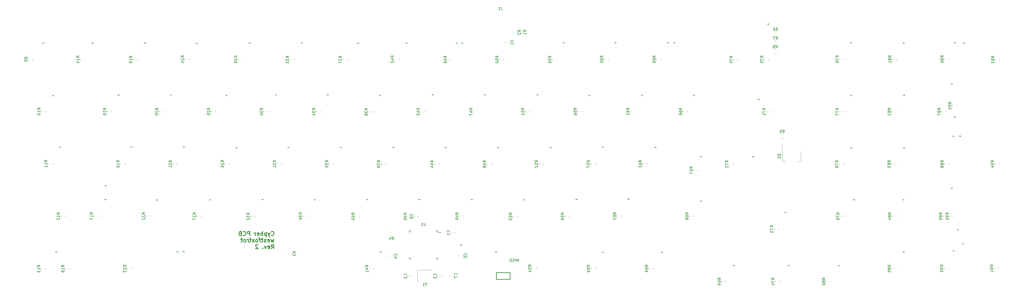
<source format=gbr>
G04 #@! TF.GenerationSoftware,KiCad,Pcbnew,(5.0.0)*
G04 #@! TF.CreationDate,2018-12-28T22:23:35+01:00*
G04 #@! TF.ProjectId,cypher,6379706865722E6B696361645F706362,rev?*
G04 #@! TF.SameCoordinates,Original*
G04 #@! TF.FileFunction,Legend,Bot*
G04 #@! TF.FilePolarity,Positive*
%FSLAX46Y46*%
G04 Gerber Fmt 4.6, Leading zero omitted, Abs format (unit mm)*
G04 Created by KiCad (PCBNEW (5.0.0)) date 12/28/18 22:23:35*
%MOMM*%
%LPD*%
G01*
G04 APERTURE LIST*
%ADD10C,0.300000*%
%ADD11C,0.075000*%
%ADD12C,0.250000*%
%ADD13C,0.120000*%
%ADD14C,0.150000*%
G04 APERTURE END LIST*
D10*
X129817857Y-181878571D02*
X130317857Y-181164285D01*
X130675000Y-181878571D02*
X130675000Y-180378571D01*
X130103571Y-180378571D01*
X129960714Y-180450000D01*
X129889285Y-180521428D01*
X129817857Y-180664285D01*
X129817857Y-180878571D01*
X129889285Y-181021428D01*
X129960714Y-181092857D01*
X130103571Y-181164285D01*
X130675000Y-181164285D01*
X128603571Y-181807142D02*
X128746428Y-181878571D01*
X129032142Y-181878571D01*
X129175000Y-181807142D01*
X129246428Y-181664285D01*
X129246428Y-181092857D01*
X129175000Y-180950000D01*
X129032142Y-180878571D01*
X128746428Y-180878571D01*
X128603571Y-180950000D01*
X128532142Y-181092857D01*
X128532142Y-181235714D01*
X129246428Y-181378571D01*
X128032142Y-180878571D02*
X127675000Y-181878571D01*
X127317857Y-180878571D01*
X126746428Y-181735714D02*
X126675000Y-181807142D01*
X126746428Y-181878571D01*
X126817857Y-181807142D01*
X126746428Y-181735714D01*
X126746428Y-181878571D01*
X124960714Y-180521428D02*
X124889285Y-180450000D01*
X124746428Y-180378571D01*
X124389285Y-180378571D01*
X124246428Y-180450000D01*
X124175000Y-180521428D01*
X124103571Y-180664285D01*
X124103571Y-180807142D01*
X124175000Y-181021428D01*
X125032142Y-181878571D01*
X124103571Y-181878571D01*
X130720357Y-178478571D02*
X130559642Y-179478571D01*
X130184642Y-178764285D01*
X129988214Y-179478571D01*
X129577500Y-178478571D01*
X128550714Y-179407142D02*
X128702500Y-179478571D01*
X128988214Y-179478571D01*
X129122142Y-179407142D01*
X129175714Y-179264285D01*
X129104285Y-178692857D01*
X129015000Y-178550000D01*
X128863214Y-178478571D01*
X128577500Y-178478571D01*
X128443571Y-178550000D01*
X128390000Y-178692857D01*
X128407857Y-178835714D01*
X129140000Y-178978571D01*
X127907857Y-179407142D02*
X127773928Y-179478571D01*
X127488214Y-179478571D01*
X127336428Y-179407142D01*
X127247142Y-179264285D01*
X127238214Y-179192857D01*
X127291785Y-179050000D01*
X127425714Y-178978571D01*
X127640000Y-178978571D01*
X127773928Y-178907142D01*
X127827500Y-178764285D01*
X127818571Y-178692857D01*
X127729285Y-178550000D01*
X127577500Y-178478571D01*
X127363214Y-178478571D01*
X127229285Y-178550000D01*
X126720357Y-178478571D02*
X126148928Y-178478571D01*
X126443571Y-177978571D02*
X126604285Y-179264285D01*
X126550714Y-179407142D01*
X126416785Y-179478571D01*
X126273928Y-179478571D01*
X125863214Y-178478571D02*
X125291785Y-178478571D01*
X125773928Y-179478571D02*
X125613214Y-178192857D01*
X125523928Y-178050000D01*
X125372142Y-177978571D01*
X125229285Y-177978571D01*
X124702500Y-179478571D02*
X124836428Y-179407142D01*
X124898928Y-179335714D01*
X124952500Y-179192857D01*
X124898928Y-178764285D01*
X124809642Y-178621428D01*
X124729285Y-178550000D01*
X124577500Y-178478571D01*
X124363214Y-178478571D01*
X124229285Y-178550000D01*
X124166785Y-178621428D01*
X124113214Y-178764285D01*
X124166785Y-179192857D01*
X124256071Y-179335714D01*
X124336428Y-179407142D01*
X124488214Y-179478571D01*
X124702500Y-179478571D01*
X123702500Y-179478571D02*
X122791785Y-178478571D01*
X123577500Y-178478571D02*
X122916785Y-179478571D01*
X122434642Y-178478571D02*
X121863214Y-178478571D01*
X122157857Y-177978571D02*
X122318571Y-179264285D01*
X122265000Y-179407142D01*
X122131071Y-179478571D01*
X121988214Y-179478571D01*
X121488214Y-179478571D02*
X121363214Y-178478571D01*
X121398928Y-178764285D02*
X121309642Y-178621428D01*
X121229285Y-178550000D01*
X121077500Y-178478571D01*
X120934642Y-178478571D01*
X120345357Y-179478571D02*
X120479285Y-179407142D01*
X120541785Y-179335714D01*
X120595357Y-179192857D01*
X120541785Y-178764285D01*
X120452500Y-178621428D01*
X120372142Y-178550000D01*
X120220357Y-178478571D01*
X120006071Y-178478571D01*
X119872142Y-178550000D01*
X119809642Y-178621428D01*
X119756071Y-178764285D01*
X119809642Y-179192857D01*
X119898928Y-179335714D01*
X119979285Y-179407142D01*
X120131071Y-179478571D01*
X120345357Y-179478571D01*
X119291785Y-178478571D02*
X118720357Y-178478571D01*
X119015000Y-177978571D02*
X119175714Y-179264285D01*
X119122142Y-179407142D01*
X118988214Y-179478571D01*
X118845357Y-179478571D01*
X129817857Y-176935714D02*
X129889285Y-177007142D01*
X130103571Y-177078571D01*
X130246428Y-177078571D01*
X130460714Y-177007142D01*
X130603571Y-176864285D01*
X130675000Y-176721428D01*
X130746428Y-176435714D01*
X130746428Y-176221428D01*
X130675000Y-175935714D01*
X130603571Y-175792857D01*
X130460714Y-175650000D01*
X130246428Y-175578571D01*
X130103571Y-175578571D01*
X129889285Y-175650000D01*
X129817857Y-175721428D01*
X129317857Y-176078571D02*
X128960714Y-177078571D01*
X128603571Y-176078571D02*
X128960714Y-177078571D01*
X129103571Y-177435714D01*
X129175000Y-177507142D01*
X129317857Y-177578571D01*
X128032142Y-176078571D02*
X128032142Y-177578571D01*
X128032142Y-176150000D02*
X127889285Y-176078571D01*
X127603571Y-176078571D01*
X127460714Y-176150000D01*
X127389285Y-176221428D01*
X127317857Y-176364285D01*
X127317857Y-176792857D01*
X127389285Y-176935714D01*
X127460714Y-177007142D01*
X127603571Y-177078571D01*
X127889285Y-177078571D01*
X128032142Y-177007142D01*
X126675000Y-177078571D02*
X126675000Y-175578571D01*
X126032142Y-177078571D02*
X126032142Y-176292857D01*
X126103571Y-176150000D01*
X126246428Y-176078571D01*
X126460714Y-176078571D01*
X126603571Y-176150000D01*
X126675000Y-176221428D01*
X124746428Y-177007142D02*
X124889285Y-177078571D01*
X125175000Y-177078571D01*
X125317857Y-177007142D01*
X125389285Y-176864285D01*
X125389285Y-176292857D01*
X125317857Y-176150000D01*
X125175000Y-176078571D01*
X124889285Y-176078571D01*
X124746428Y-176150000D01*
X124675000Y-176292857D01*
X124675000Y-176435714D01*
X125389285Y-176578571D01*
X124032142Y-177078571D02*
X124032142Y-176078571D01*
X124032142Y-176364285D02*
X123960714Y-176221428D01*
X123889285Y-176150000D01*
X123746428Y-176078571D01*
X123603571Y-176078571D01*
X121960714Y-177078571D02*
X121960714Y-175578571D01*
X121389285Y-175578571D01*
X121246428Y-175650000D01*
X121175000Y-175721428D01*
X121103571Y-175864285D01*
X121103571Y-176078571D01*
X121175000Y-176221428D01*
X121246428Y-176292857D01*
X121389285Y-176364285D01*
X121960714Y-176364285D01*
X119603571Y-176935714D02*
X119675000Y-177007142D01*
X119889285Y-177078571D01*
X120032142Y-177078571D01*
X120246428Y-177007142D01*
X120389285Y-176864285D01*
X120460714Y-176721428D01*
X120532142Y-176435714D01*
X120532142Y-176221428D01*
X120460714Y-175935714D01*
X120389285Y-175792857D01*
X120246428Y-175650000D01*
X120032142Y-175578571D01*
X119889285Y-175578571D01*
X119675000Y-175650000D01*
X119603571Y-175721428D01*
X118460714Y-176292857D02*
X118246428Y-176364285D01*
X118175000Y-176435714D01*
X118103571Y-176578571D01*
X118103571Y-176792857D01*
X118175000Y-176935714D01*
X118246428Y-177007142D01*
X118389285Y-177078571D01*
X118960714Y-177078571D01*
X118960714Y-175578571D01*
X118460714Y-175578571D01*
X118317857Y-175650000D01*
X118246428Y-175721428D01*
X118175000Y-175864285D01*
X118175000Y-176007142D01*
X118246428Y-176150000D01*
X118317857Y-176221428D01*
X118460714Y-176292857D01*
X118960714Y-176292857D01*
D11*
G04 #@! TO.C,C8*
X198550000Y-180250000D02*
X198900000Y-180550000D01*
X199250000Y-180250000D02*
X198550000Y-180250000D01*
X198900000Y-180550000D02*
X199250000Y-180250000D01*
X199250000Y-180550000D02*
X198550000Y-180550000D01*
G04 #@! TO.C,D4*
X52450000Y-144700000D02*
X52800000Y-145000000D01*
X53150000Y-144700000D02*
X52450000Y-144700000D01*
X52800000Y-145000000D02*
X53150000Y-144700000D01*
X53150000Y-145000000D02*
X52450000Y-145000000D01*
G04 #@! TO.C,D5*
X69090000Y-158775000D02*
X69440000Y-159075000D01*
X69790000Y-158775000D02*
X69090000Y-158775000D01*
X69440000Y-159075000D02*
X69790000Y-158775000D01*
X69790000Y-159075000D02*
X69090000Y-159075000D01*
G04 #@! TO.C,D6*
X51150000Y-182850000D02*
X51500000Y-183150000D01*
X51850000Y-182850000D02*
X51150000Y-182850000D01*
X51500000Y-183150000D02*
X51850000Y-182850000D01*
X51850000Y-183150000D02*
X51150000Y-183150000D01*
G04 #@! TO.C,D7*
X46450000Y-106750000D02*
X46800000Y-107050000D01*
X47150000Y-106750000D02*
X46450000Y-106750000D01*
X46800000Y-107050000D02*
X47150000Y-106750000D01*
X47150000Y-107050000D02*
X46450000Y-107050000D01*
G04 #@! TO.C,D8*
X50050000Y-125900000D02*
X50400000Y-126200000D01*
X50750000Y-125900000D02*
X50050000Y-125900000D01*
X50400000Y-126200000D02*
X50750000Y-125900000D01*
X50750000Y-126200000D02*
X50050000Y-126200000D01*
G04 #@! TO.C,D9*
X97550000Y-182725000D02*
X97900000Y-183025000D01*
X98250000Y-182725000D02*
X97550000Y-182725000D01*
X97900000Y-183025000D02*
X98250000Y-182725000D01*
X98250000Y-183025000D02*
X97550000Y-183025000D01*
G04 #@! TO.C,D10*
X69090000Y-163810000D02*
X69440000Y-164110000D01*
X69790000Y-163810000D02*
X69090000Y-163810000D01*
X69440000Y-164110000D02*
X69790000Y-163810000D01*
X69790000Y-164110000D02*
X69090000Y-164110000D01*
G04 #@! TO.C,D11*
X64350000Y-106725000D02*
X64700000Y-107025000D01*
X65050000Y-106725000D02*
X64350000Y-106725000D01*
X64700000Y-107025000D02*
X65050000Y-106725000D01*
X65050000Y-107025000D02*
X64350000Y-107025000D01*
G04 #@! TO.C,D12*
X73840000Y-125725000D02*
X74190000Y-126025000D01*
X74540000Y-125725000D02*
X73840000Y-125725000D01*
X74190000Y-126025000D02*
X74540000Y-125725000D01*
X74540000Y-126025000D02*
X73840000Y-126025000D01*
G04 #@! TO.C,D13*
X78540000Y-144710000D02*
X78890000Y-145010000D01*
X79240000Y-144710000D02*
X78540000Y-144710000D01*
X78890000Y-145010000D02*
X79240000Y-144710000D01*
X79240000Y-145010000D02*
X78540000Y-145010000D01*
G04 #@! TO.C,D14*
X95290000Y-182835000D02*
X95640000Y-183135000D01*
X95990000Y-182835000D02*
X95290000Y-182835000D01*
X95640000Y-183135000D02*
X95990000Y-182835000D01*
X95990000Y-183135000D02*
X95290000Y-183135000D01*
G04 #@! TO.C,D15*
X83400000Y-106725000D02*
X83750000Y-107025000D01*
X84100000Y-106725000D02*
X83400000Y-106725000D01*
X83750000Y-107025000D02*
X84100000Y-106725000D01*
X84100000Y-107025000D02*
X83400000Y-107025000D01*
G04 #@! TO.C,D16*
X92820000Y-125725000D02*
X93170000Y-126025000D01*
X93520000Y-125725000D02*
X92820000Y-125725000D01*
X93170000Y-126025000D02*
X93520000Y-125725000D01*
X93520000Y-126025000D02*
X92820000Y-126025000D01*
G04 #@! TO.C,D17*
X97600000Y-144675000D02*
X97950000Y-144975000D01*
X98300000Y-144675000D02*
X97600000Y-144675000D01*
X97950000Y-144975000D02*
X98300000Y-144675000D01*
X98300000Y-144975000D02*
X97600000Y-144975000D01*
G04 #@! TO.C,D18*
X87800000Y-163950000D02*
X88150000Y-164250000D01*
X88500000Y-163950000D02*
X87800000Y-163950000D01*
X88150000Y-164250000D02*
X88500000Y-163950000D01*
X88500000Y-164250000D02*
X87800000Y-164250000D01*
G04 #@! TO.C,D19*
X116750000Y-144925000D02*
X117100000Y-145225000D01*
X117450000Y-144925000D02*
X116750000Y-144925000D01*
X117100000Y-145225000D02*
X117450000Y-144925000D01*
X117450000Y-145225000D02*
X116750000Y-145225000D01*
G04 #@! TO.C,D21*
X102250000Y-106875000D02*
X102600000Y-107175000D01*
X102950000Y-106875000D02*
X102250000Y-106875000D01*
X102600000Y-107175000D02*
X102950000Y-106875000D01*
X102950000Y-107175000D02*
X102250000Y-107175000D01*
G04 #@! TO.C,D22*
X113100000Y-125825000D02*
X113450000Y-126125000D01*
X113800000Y-125825000D02*
X113100000Y-125825000D01*
X113450000Y-126125000D02*
X113800000Y-125825000D01*
X113800000Y-126125000D02*
X113100000Y-126125000D01*
G04 #@! TO.C,D23*
X107150000Y-163825000D02*
X107500000Y-164125000D01*
X107850000Y-163825000D02*
X107150000Y-163825000D01*
X107500000Y-164125000D02*
X107850000Y-163825000D01*
X107850000Y-164125000D02*
X107150000Y-164125000D01*
G04 #@! TO.C,D24*
X121550000Y-106725000D02*
X121900000Y-107025000D01*
X122250000Y-106725000D02*
X121550000Y-106725000D01*
X121900000Y-107025000D02*
X122250000Y-106725000D01*
X122250000Y-107025000D02*
X121550000Y-107025000D01*
G04 #@! TO.C,D25*
X131000000Y-125650000D02*
X131350000Y-125950000D01*
X131700000Y-125650000D02*
X131000000Y-125650000D01*
X131350000Y-125950000D02*
X131700000Y-125650000D01*
X131700000Y-125950000D02*
X131000000Y-125950000D01*
G04 #@! TO.C,D26*
X135700000Y-144770000D02*
X136050000Y-145070000D01*
X136400000Y-144770000D02*
X135700000Y-144770000D01*
X136050000Y-145070000D02*
X136400000Y-144770000D01*
X136400000Y-145070000D02*
X135700000Y-145070000D01*
G04 #@! TO.C,D27*
X126180000Y-163795000D02*
X126530000Y-164095000D01*
X126880000Y-163795000D02*
X126180000Y-163795000D01*
X126530000Y-164095000D02*
X126880000Y-163795000D01*
X126880000Y-164095000D02*
X126180000Y-164095000D01*
G04 #@! TO.C,D28*
X145225000Y-163825000D02*
X145575000Y-164125000D01*
X145925000Y-163825000D02*
X145225000Y-163825000D01*
X145575000Y-164125000D02*
X145925000Y-163825000D01*
X145925000Y-164125000D02*
X145225000Y-164125000D01*
G04 #@! TO.C,D29*
X140500000Y-106775000D02*
X140850000Y-107075000D01*
X141200000Y-106775000D02*
X140500000Y-106775000D01*
X140850000Y-107075000D02*
X141200000Y-106775000D01*
X141200000Y-107075000D02*
X140500000Y-107075000D01*
G04 #@! TO.C,D30*
X149950000Y-125625000D02*
X150300000Y-125925000D01*
X150650000Y-125625000D02*
X149950000Y-125625000D01*
X150300000Y-125925000D02*
X150650000Y-125625000D01*
X150650000Y-125925000D02*
X149950000Y-125925000D01*
G04 #@! TO.C,D31*
X154850000Y-144825000D02*
X155200000Y-145125000D01*
X155550000Y-144825000D02*
X154850000Y-144825000D01*
X155200000Y-145125000D02*
X155550000Y-144825000D01*
X155550000Y-145125000D02*
X154850000Y-145125000D01*
G04 #@! TO.C,D32*
X169250000Y-182850000D02*
X169600000Y-183150000D01*
X169950000Y-182850000D02*
X169250000Y-182850000D01*
X169600000Y-183150000D02*
X169950000Y-182850000D01*
X169950000Y-183150000D02*
X169250000Y-183150000D01*
G04 #@! TO.C,D33*
X164280000Y-163805000D02*
X164630000Y-164105000D01*
X164980000Y-163805000D02*
X164280000Y-163805000D01*
X164630000Y-164105000D02*
X164980000Y-163805000D01*
X164980000Y-164105000D02*
X164280000Y-164105000D01*
G04 #@! TO.C,D34*
X161050000Y-106825000D02*
X161400000Y-107125000D01*
X161750000Y-106825000D02*
X161050000Y-106825000D01*
X161400000Y-107125000D02*
X161750000Y-106825000D01*
X161750000Y-107125000D02*
X161050000Y-107125000D01*
G04 #@! TO.C,D35*
X169075000Y-125825000D02*
X169425000Y-126125000D01*
X169775000Y-125825000D02*
X169075000Y-125825000D01*
X169425000Y-126125000D02*
X169775000Y-125825000D01*
X169775000Y-126125000D02*
X169075000Y-126125000D01*
G04 #@! TO.C,D36*
X173925000Y-144825000D02*
X174275000Y-145125000D01*
X174625000Y-144825000D02*
X173925000Y-144825000D01*
X174275000Y-145125000D02*
X174625000Y-144825000D01*
X174625000Y-145125000D02*
X173925000Y-145125000D01*
G04 #@! TO.C,D37*
X183325000Y-163800000D02*
X183675000Y-164100000D01*
X184025000Y-163800000D02*
X183325000Y-163800000D01*
X183675000Y-164100000D02*
X184025000Y-163800000D01*
X184025000Y-164100000D02*
X183325000Y-164100000D01*
G04 #@! TO.C,D38*
X178600000Y-106825000D02*
X178950000Y-107125000D01*
X179300000Y-106825000D02*
X178600000Y-106825000D01*
X178950000Y-107125000D02*
X179300000Y-106825000D01*
X179300000Y-107125000D02*
X178600000Y-107125000D01*
G04 #@! TO.C,D39*
X188150000Y-125605000D02*
X188500000Y-125905000D01*
X188850000Y-125605000D02*
X188150000Y-125605000D01*
X188500000Y-125905000D02*
X188850000Y-125605000D01*
X188850000Y-125905000D02*
X188150000Y-125905000D01*
G04 #@! TO.C,D40*
X192875000Y-144825000D02*
X193225000Y-145125000D01*
X193575000Y-144825000D02*
X192875000Y-144825000D01*
X193225000Y-145125000D02*
X193575000Y-144825000D01*
X193575000Y-145125000D02*
X192875000Y-145125000D01*
G04 #@! TO.C,D41*
X202375000Y-163800000D02*
X202725000Y-164100000D01*
X203075000Y-163800000D02*
X202375000Y-163800000D01*
X202725000Y-164100000D02*
X203075000Y-163800000D01*
X203075000Y-164100000D02*
X202375000Y-164100000D01*
G04 #@! TO.C,D42*
X196900000Y-106850000D02*
X197250000Y-107150000D01*
X197600000Y-106850000D02*
X196900000Y-106850000D01*
X197250000Y-107150000D02*
X197600000Y-106850000D01*
X197600000Y-107150000D02*
X196900000Y-107150000D01*
G04 #@! TO.C,D43*
X207150000Y-125625000D02*
X207500000Y-125925000D01*
X207850000Y-125625000D02*
X207150000Y-125625000D01*
X207500000Y-125925000D02*
X207850000Y-125625000D01*
X207850000Y-125925000D02*
X207150000Y-125925000D01*
G04 #@! TO.C,D44*
X212050000Y-144825000D02*
X212400000Y-145125000D01*
X212750000Y-144825000D02*
X212050000Y-144825000D01*
X212400000Y-145125000D02*
X212750000Y-144825000D01*
X212750000Y-145125000D02*
X212050000Y-145125000D01*
G04 #@! TO.C,D45*
X211250000Y-182825000D02*
X211600000Y-183125000D01*
X211950000Y-182825000D02*
X211250000Y-182825000D01*
X211600000Y-183125000D02*
X211950000Y-182825000D01*
X211950000Y-183125000D02*
X211250000Y-183125000D01*
G04 #@! TO.C,D46*
X221550000Y-163825000D02*
X221900000Y-164125000D01*
X222250000Y-163825000D02*
X221550000Y-163825000D01*
X221900000Y-164125000D02*
X222250000Y-163825000D01*
X222250000Y-164125000D02*
X221550000Y-164125000D01*
G04 #@! TO.C,D47*
X231150000Y-144850000D02*
X231500000Y-145150000D01*
X231850000Y-144850000D02*
X231150000Y-144850000D01*
X231500000Y-145150000D02*
X231850000Y-144850000D01*
X231850000Y-145150000D02*
X231150000Y-145150000D01*
G04 #@! TO.C,D48*
X198950000Y-106825000D02*
X199300000Y-107125000D01*
X199650000Y-106825000D02*
X198950000Y-106825000D01*
X199300000Y-107125000D02*
X199650000Y-106825000D01*
X199650000Y-107125000D02*
X198950000Y-107125000D01*
G04 #@! TO.C,D49*
X226350000Y-125625000D02*
X226700000Y-125925000D01*
X227050000Y-125625000D02*
X226350000Y-125625000D01*
X226700000Y-125925000D02*
X227050000Y-125625000D01*
X227050000Y-125925000D02*
X226350000Y-125925000D01*
G04 #@! TO.C,D50*
X250150000Y-183025000D02*
X250500000Y-183325000D01*
X250850000Y-183025000D02*
X250150000Y-183025000D01*
X250500000Y-183325000D02*
X250850000Y-183025000D01*
X250850000Y-183325000D02*
X250150000Y-183325000D01*
G04 #@! TO.C,D51*
X235850000Y-106625000D02*
X236200000Y-106925000D01*
X236550000Y-106625000D02*
X235850000Y-106625000D01*
X236200000Y-106925000D02*
X236550000Y-106625000D01*
X236550000Y-106925000D02*
X235850000Y-106925000D01*
G04 #@! TO.C,D52*
X250050000Y-144690000D02*
X250400000Y-144990000D01*
X250750000Y-144690000D02*
X250050000Y-144690000D01*
X250400000Y-144990000D02*
X250750000Y-144690000D01*
X250750000Y-144990000D02*
X250050000Y-144990000D01*
G04 #@! TO.C,D53*
X245250000Y-125825000D02*
X245600000Y-126125000D01*
X245950000Y-125825000D02*
X245250000Y-125825000D01*
X245600000Y-126125000D02*
X245950000Y-125825000D01*
X245950000Y-126125000D02*
X245250000Y-126125000D01*
G04 #@! TO.C,D54*
X240550000Y-163725000D02*
X240900000Y-164025000D01*
X241250000Y-163725000D02*
X240550000Y-163725000D01*
X240900000Y-164025000D02*
X241250000Y-163725000D01*
X241250000Y-164025000D02*
X240550000Y-164025000D01*
G04 #@! TO.C,D55*
X271650000Y-183025000D02*
X272000000Y-183325000D01*
X272350000Y-183025000D02*
X271650000Y-183025000D01*
X272000000Y-183325000D02*
X272350000Y-183025000D01*
X272350000Y-183325000D02*
X271650000Y-183325000D01*
G04 #@! TO.C,D56*
X254750000Y-106625000D02*
X255100000Y-106925000D01*
X255450000Y-106625000D02*
X254750000Y-106625000D01*
X255100000Y-106925000D02*
X255450000Y-106625000D01*
X255450000Y-106925000D02*
X254750000Y-106925000D01*
G04 #@! TO.C,D57*
X264350000Y-125825000D02*
X264700000Y-126125000D01*
X265050000Y-125825000D02*
X264350000Y-125825000D01*
X264700000Y-126125000D02*
X265050000Y-125825000D01*
X265050000Y-126125000D02*
X264350000Y-126125000D01*
G04 #@! TO.C,D58*
X269250000Y-144725000D02*
X269600000Y-145025000D01*
X269950000Y-144725000D02*
X269250000Y-144725000D01*
X269600000Y-145025000D02*
X269950000Y-144725000D01*
X269950000Y-145025000D02*
X269250000Y-145025000D01*
G04 #@! TO.C,D59*
X259450000Y-163625000D02*
X259800000Y-163925000D01*
X260150000Y-163625000D02*
X259450000Y-163625000D01*
X259800000Y-163925000D02*
X260150000Y-163625000D01*
X260150000Y-163925000D02*
X259450000Y-163925000D01*
G04 #@! TO.C,D60*
X297750000Y-187825000D02*
X298100000Y-188125000D01*
X298450000Y-187825000D02*
X297750000Y-187825000D01*
X298100000Y-188125000D02*
X298450000Y-187825000D01*
X298450000Y-188125000D02*
X297750000Y-188125000D01*
G04 #@! TO.C,D61*
X283350000Y-125825000D02*
X283700000Y-126125000D01*
X284050000Y-125825000D02*
X283350000Y-125825000D01*
X283700000Y-126125000D02*
X284050000Y-125825000D01*
X284050000Y-126125000D02*
X283350000Y-126125000D01*
G04 #@! TO.C,D62*
X285900000Y-164400000D02*
X286250000Y-164700000D01*
X286600000Y-164400000D02*
X285900000Y-164400000D01*
X286250000Y-164700000D02*
X286600000Y-164400000D01*
X286600000Y-164700000D02*
X285900000Y-164700000D01*
G04 #@! TO.C,D63*
X273810000Y-106625000D02*
X274160000Y-106925000D01*
X274510000Y-106625000D02*
X273810000Y-106625000D01*
X274160000Y-106925000D02*
X274510000Y-106625000D01*
X274510000Y-106925000D02*
X273810000Y-106925000D01*
G04 #@! TO.C,D64*
X285850000Y-148125000D02*
X286200000Y-148425000D01*
X286550000Y-148125000D02*
X285850000Y-148125000D01*
X286200000Y-148425000D02*
X286550000Y-148125000D01*
X286550000Y-148425000D02*
X285850000Y-148425000D01*
G04 #@! TO.C,D65*
X276150000Y-106625000D02*
X276500000Y-106925000D01*
X276850000Y-106625000D02*
X276150000Y-106625000D01*
X276500000Y-106925000D02*
X276850000Y-106625000D01*
X276850000Y-106925000D02*
X276150000Y-106925000D01*
G04 #@! TO.C,D66*
X304800000Y-148175000D02*
X305150000Y-148475000D01*
X305500000Y-148175000D02*
X304800000Y-148175000D01*
X305150000Y-148475000D02*
X305500000Y-148175000D01*
X305500000Y-148475000D02*
X304800000Y-148475000D01*
G04 #@! TO.C,D67*
X316550000Y-168500000D02*
X316900000Y-168800000D01*
X317250000Y-168500000D02*
X316550000Y-168500000D01*
X316900000Y-168800000D02*
X317250000Y-168500000D01*
X317250000Y-168800000D02*
X316550000Y-168800000D01*
G04 #@! TO.C,D68*
X317850000Y-187825000D02*
X318200000Y-188125000D01*
X318550000Y-187825000D02*
X317850000Y-187825000D01*
X318200000Y-188125000D02*
X318550000Y-187825000D01*
X318550000Y-188125000D02*
X317850000Y-188125000D01*
G04 #@! TO.C,D69*
X306850000Y-127325000D02*
X307200000Y-127625000D01*
X307550000Y-127325000D02*
X306850000Y-127325000D01*
X307200000Y-127625000D02*
X307550000Y-127325000D01*
X307550000Y-127625000D02*
X306850000Y-127625000D01*
G04 #@! TO.C,D70*
X310325000Y-99875000D02*
X310675000Y-100175000D01*
X311025000Y-99875000D02*
X310325000Y-99875000D01*
X310675000Y-100175000D02*
X311025000Y-99875000D01*
X311025000Y-100175000D02*
X310325000Y-100175000D01*
G04 #@! TO.C,D71*
X340550000Y-106625000D02*
X340900000Y-106925000D01*
X341250000Y-106625000D02*
X340550000Y-106625000D01*
X340900000Y-106925000D02*
X341250000Y-106625000D01*
X341250000Y-106925000D02*
X340550000Y-106925000D01*
G04 #@! TO.C,D72*
X340625000Y-144950000D02*
X340975000Y-145250000D01*
X341325000Y-144950000D02*
X340625000Y-144950000D01*
X340975000Y-145250000D02*
X341325000Y-144950000D01*
X341325000Y-145250000D02*
X340625000Y-145250000D01*
G04 #@! TO.C,D73*
X340600000Y-125800000D02*
X340950000Y-126100000D01*
X341300000Y-125800000D02*
X340600000Y-125800000D01*
X340950000Y-126100000D02*
X341300000Y-125800000D01*
X341300000Y-126100000D02*
X340600000Y-126100000D01*
G04 #@! TO.C,D74*
X341550000Y-163825000D02*
X341900000Y-164125000D01*
X342250000Y-163825000D02*
X341550000Y-163825000D01*
X341900000Y-164125000D02*
X342250000Y-163825000D01*
X342250000Y-164125000D02*
X341550000Y-164125000D01*
G04 #@! TO.C,D75*
X336100000Y-187850000D02*
X336450000Y-188150000D01*
X336800000Y-187850000D02*
X336100000Y-187850000D01*
X336450000Y-188150000D02*
X336800000Y-187850000D01*
X336800000Y-188150000D02*
X336100000Y-188150000D01*
G04 #@! TO.C,D76*
X359750000Y-144945000D02*
X360100000Y-145245000D01*
X360450000Y-144945000D02*
X359750000Y-144945000D01*
X360100000Y-145245000D02*
X360450000Y-144945000D01*
X360450000Y-145245000D02*
X359750000Y-145245000D01*
G04 #@! TO.C,D77*
X359620000Y-106740000D02*
X359970000Y-107040000D01*
X360320000Y-106740000D02*
X359620000Y-106740000D01*
X359970000Y-107040000D02*
X360320000Y-106740000D01*
X360320000Y-107040000D02*
X359620000Y-107040000D01*
G04 #@! TO.C,D78*
X359750000Y-125750000D02*
X360100000Y-126050000D01*
X360450000Y-125750000D02*
X359750000Y-125750000D01*
X360100000Y-126050000D02*
X360450000Y-125750000D01*
X360450000Y-126050000D02*
X359750000Y-126050000D01*
G04 #@! TO.C,D79*
X359575000Y-163850000D02*
X359925000Y-164150000D01*
X360275000Y-163850000D02*
X359575000Y-163850000D01*
X359925000Y-164150000D02*
X360275000Y-163850000D01*
X360275000Y-164150000D02*
X359575000Y-164150000D01*
G04 #@! TO.C,D80*
X359650000Y-182825000D02*
X360000000Y-183125000D01*
X360350000Y-182825000D02*
X359650000Y-182825000D01*
X360000000Y-183125000D02*
X360350000Y-182825000D01*
X360350000Y-183125000D02*
X359650000Y-183125000D01*
G04 #@! TO.C,D81*
X377150000Y-121725000D02*
X377500000Y-122025000D01*
X377850000Y-121725000D02*
X377150000Y-121725000D01*
X377500000Y-122025000D02*
X377850000Y-121725000D01*
X377850000Y-122025000D02*
X377150000Y-122025000D01*
G04 #@! TO.C,D82*
X377750000Y-140725000D02*
X378100000Y-141025000D01*
X378450000Y-140725000D02*
X377750000Y-140725000D01*
X378100000Y-141025000D02*
X378450000Y-140725000D01*
X378450000Y-141025000D02*
X377750000Y-141025000D01*
G04 #@! TO.C,D83*
X377850000Y-182450000D02*
X378200000Y-182750000D01*
X378550000Y-182450000D02*
X377850000Y-182450000D01*
X378200000Y-182750000D02*
X378550000Y-182450000D01*
X378550000Y-182750000D02*
X377850000Y-182750000D01*
G04 #@! TO.C,D84*
X378350000Y-106625000D02*
X378700000Y-106925000D01*
X379050000Y-106625000D02*
X378350000Y-106625000D01*
X378700000Y-106925000D02*
X379050000Y-106625000D01*
X379050000Y-106925000D02*
X378350000Y-106925000D01*
G04 #@! TO.C,D85*
X377150000Y-159725000D02*
X377500000Y-160025000D01*
X377850000Y-159725000D02*
X377150000Y-159725000D01*
X377500000Y-160025000D02*
X377850000Y-159725000D01*
X377850000Y-160025000D02*
X377150000Y-160025000D01*
G04 #@! TO.C,D86*
X381250000Y-179825000D02*
X381600000Y-180125000D01*
X381950000Y-179825000D02*
X381250000Y-179825000D01*
X381600000Y-180125000D02*
X381950000Y-179825000D01*
X381950000Y-180125000D02*
X381250000Y-180125000D01*
G04 #@! TO.C,D87*
X381550000Y-106725000D02*
X381900000Y-107025000D01*
X382250000Y-106725000D02*
X381550000Y-106725000D01*
X381900000Y-107025000D02*
X382250000Y-106725000D01*
X382250000Y-107025000D02*
X381550000Y-107025000D01*
G04 #@! TO.C,D88*
X378200000Y-133725000D02*
X378550000Y-134025000D01*
X378900000Y-133725000D02*
X378200000Y-133725000D01*
X378550000Y-134025000D02*
X378900000Y-133725000D01*
X378900000Y-134025000D02*
X378200000Y-134025000D01*
G04 #@! TO.C,D89*
X380160000Y-140700000D02*
X380510000Y-141000000D01*
X380860000Y-140700000D02*
X380160000Y-140700000D01*
X380510000Y-141000000D02*
X380860000Y-140700000D01*
X380860000Y-141000000D02*
X380160000Y-141000000D01*
G04 #@! TO.C,D90*
X379350000Y-174750000D02*
X379700000Y-175050000D01*
X380050000Y-174750000D02*
X379350000Y-174750000D01*
X379700000Y-175050000D02*
X380050000Y-174750000D01*
X380050000Y-175050000D02*
X379350000Y-175050000D01*
D12*
G04 #@! TO.C,J2*
X216700000Y-190550000D02*
X211700000Y-190550000D01*
X211700000Y-190550000D02*
X211700000Y-193050000D01*
X211700000Y-193050000D02*
X216700000Y-193050000D01*
X216700000Y-193050000D02*
X216700000Y-190550000D01*
D13*
G04 #@! TO.C,C1*
X196610000Y-175838748D02*
X196610000Y-176361252D01*
X195190000Y-175838748D02*
X195190000Y-176361252D01*
G04 #@! TO.C,C2*
X181035000Y-191613748D02*
X181035000Y-192136252D01*
X179615000Y-191613748D02*
X179615000Y-192136252D01*
G04 #@! TO.C,C3*
X191860000Y-191563748D02*
X191860000Y-192086252D01*
X190440000Y-191563748D02*
X190440000Y-192086252D01*
G04 #@! TO.C,C4*
X172790000Y-184861252D02*
X172790000Y-184338748D01*
X174210000Y-184861252D02*
X174210000Y-184338748D01*
G04 #@! TO.C,C5*
X198190000Y-184636252D02*
X198190000Y-184113748D01*
X199610000Y-184636252D02*
X199610000Y-184113748D01*
G04 #@! TO.C,C6*
X183210000Y-169863748D02*
X183210000Y-170386252D01*
X181790000Y-169863748D02*
X181790000Y-170386252D01*
G04 #@! TO.C,C7*
X194690000Y-191936252D02*
X194690000Y-191413748D01*
X196110000Y-191936252D02*
X196110000Y-191413748D01*
G04 #@! TO.C,F1*
X215190000Y-107061252D02*
X215190000Y-106538748D01*
X216610000Y-107061252D02*
X216610000Y-106538748D01*
G04 #@! TO.C,Q1*
X315790000Y-144100000D02*
X315790000Y-150110000D01*
X322610000Y-146350000D02*
X322610000Y-150110000D01*
X315790000Y-150110000D02*
X317050000Y-150110000D01*
X322610000Y-150110000D02*
X321350000Y-150110000D01*
G04 #@! TO.C,R1*
X219770000Y-103286252D02*
X219770000Y-102763748D01*
X221190000Y-103286252D02*
X221190000Y-102763748D01*
G04 #@! TO.C,R2*
X217790000Y-103286252D02*
X217790000Y-102763748D01*
X219210000Y-103286252D02*
X219210000Y-102763748D01*
G04 #@! TO.C,R3*
X135890000Y-183836252D02*
X135890000Y-183313748D01*
X137310000Y-183836252D02*
X137310000Y-183313748D01*
G04 #@! TO.C,R4*
X173363748Y-175790000D02*
X173886252Y-175790000D01*
X173363748Y-177210000D02*
X173886252Y-177210000D01*
G04 #@! TO.C,R5*
X316086252Y-141510000D02*
X315563748Y-141510000D01*
X316086252Y-140090000D02*
X315563748Y-140090000D01*
G04 #@! TO.C,R6*
X313636252Y-104310000D02*
X313113748Y-104310000D01*
X313636252Y-102890000D02*
X313113748Y-102890000D01*
G04 #@! TO.C,R7*
X313586252Y-107520000D02*
X313063748Y-107520000D01*
X313586252Y-106100000D02*
X313063748Y-106100000D01*
G04 #@! TO.C,R8*
X313586252Y-110710000D02*
X313063748Y-110710000D01*
X313586252Y-109290000D02*
X313063748Y-109290000D01*
G04 #@! TO.C,R9*
X42910000Y-112563748D02*
X42910000Y-113086252D01*
X41490000Y-112563748D02*
X41490000Y-113086252D01*
G04 #@! TO.C,R10*
X47610000Y-131613748D02*
X47610000Y-132136252D01*
X46190000Y-131613748D02*
X46190000Y-132136252D01*
G04 #@! TO.C,R11*
X50110000Y-150663748D02*
X50110000Y-151186252D01*
X48690000Y-150663748D02*
X48690000Y-151186252D01*
G04 #@! TO.C,R12*
X54710000Y-169763748D02*
X54710000Y-170286252D01*
X53290000Y-169763748D02*
X53290000Y-170286252D01*
G04 #@! TO.C,R13*
X47510000Y-188863748D02*
X47510000Y-189386252D01*
X46090000Y-188863748D02*
X46090000Y-189386252D01*
G04 #@! TO.C,R14*
X61810000Y-112638748D02*
X61810000Y-113161252D01*
X60390000Y-112638748D02*
X60390000Y-113161252D01*
G04 #@! TO.C,R15*
X71560000Y-131663748D02*
X71560000Y-132186252D01*
X70140000Y-131663748D02*
X70140000Y-132186252D01*
G04 #@! TO.C,R16*
X76410000Y-150738748D02*
X76410000Y-151261252D01*
X74990000Y-150738748D02*
X74990000Y-151261252D01*
G04 #@! TO.C,R17*
X66710000Y-169713748D02*
X66710000Y-170236252D01*
X65290000Y-169713748D02*
X65290000Y-170236252D01*
G04 #@! TO.C,R18*
X56310000Y-188863748D02*
X56310000Y-189386252D01*
X54890000Y-188863748D02*
X54890000Y-189386252D01*
G04 #@! TO.C,R19*
X81010000Y-112663748D02*
X81010000Y-113186252D01*
X79590000Y-112663748D02*
X79590000Y-113186252D01*
G04 #@! TO.C,R20*
X90510000Y-131663748D02*
X90510000Y-132186252D01*
X89090000Y-131663748D02*
X89090000Y-132186252D01*
G04 #@! TO.C,R21*
X95410000Y-150763748D02*
X95410000Y-151286252D01*
X93990000Y-150763748D02*
X93990000Y-151286252D01*
G04 #@! TO.C,R22*
X85710000Y-169713748D02*
X85710000Y-170236252D01*
X84290000Y-169713748D02*
X84290000Y-170236252D01*
G04 #@! TO.C,R23*
X78910000Y-188838748D02*
X78910000Y-189361252D01*
X77490000Y-188838748D02*
X77490000Y-189361252D01*
G04 #@! TO.C,R24*
X99910000Y-112563748D02*
X99910000Y-113086252D01*
X98490000Y-112563748D02*
X98490000Y-113086252D01*
G04 #@! TO.C,R25*
X109410000Y-131638748D02*
X109410000Y-132161252D01*
X107990000Y-131638748D02*
X107990000Y-132161252D01*
G04 #@! TO.C,R26*
X114410000Y-150663748D02*
X114410000Y-151186252D01*
X112990000Y-150663748D02*
X112990000Y-151186252D01*
G04 #@! TO.C,R27*
X104210000Y-169753748D02*
X104210000Y-170276252D01*
X102790000Y-169753748D02*
X102790000Y-170276252D01*
G04 #@! TO.C,R29*
X119260000Y-112613748D02*
X119260000Y-113136252D01*
X117840000Y-112613748D02*
X117840000Y-113136252D01*
G04 #@! TO.C,R30*
X128635000Y-131663748D02*
X128635000Y-132186252D01*
X127215000Y-131663748D02*
X127215000Y-132186252D01*
G04 #@! TO.C,R31*
X133410000Y-150713748D02*
X133410000Y-151236252D01*
X131990000Y-150713748D02*
X131990000Y-151236252D01*
G04 #@! TO.C,R32*
X123810000Y-169863748D02*
X123810000Y-170386252D01*
X122390000Y-169863748D02*
X122390000Y-170386252D01*
G04 #@! TO.C,R33*
X138110000Y-112663748D02*
X138110000Y-113186252D01*
X136690000Y-112663748D02*
X136690000Y-113186252D01*
G04 #@! TO.C,R34*
X147710000Y-131688748D02*
X147710000Y-132211252D01*
X146290000Y-131688748D02*
X146290000Y-132211252D01*
G04 #@! TO.C,R35*
X152410000Y-150663748D02*
X152410000Y-151186252D01*
X150990000Y-150663748D02*
X150990000Y-151186252D01*
G04 #@! TO.C,R36*
X142810000Y-169713748D02*
X142810000Y-170236252D01*
X141390000Y-169713748D02*
X141390000Y-170236252D01*
G04 #@! TO.C,R37*
X157310000Y-112663748D02*
X157310000Y-113186252D01*
X155890000Y-112663748D02*
X155890000Y-113186252D01*
G04 #@! TO.C,R38*
X166760000Y-131713748D02*
X166760000Y-132236252D01*
X165340000Y-131713748D02*
X165340000Y-132236252D01*
G04 #@! TO.C,R39*
X171285000Y-150738748D02*
X171285000Y-151261252D01*
X169865000Y-150738748D02*
X169865000Y-151261252D01*
G04 #@! TO.C,R40*
X161960000Y-169813748D02*
X161960000Y-170336252D01*
X160540000Y-169813748D02*
X160540000Y-170336252D01*
G04 #@! TO.C,R41*
X167010000Y-188863748D02*
X167010000Y-189386252D01*
X165590000Y-188863748D02*
X165590000Y-189386252D01*
G04 #@! TO.C,R42*
X176310000Y-112613748D02*
X176310000Y-113136252D01*
X174890000Y-112613748D02*
X174890000Y-113136252D01*
G04 #@! TO.C,R43*
X185710000Y-131663748D02*
X185710000Y-132186252D01*
X184290000Y-131663748D02*
X184290000Y-132186252D01*
G04 #@! TO.C,R44*
X190710000Y-150763748D02*
X190710000Y-151286252D01*
X189290000Y-150763748D02*
X189290000Y-151286252D01*
G04 #@! TO.C,R45*
X180985000Y-169838748D02*
X180985000Y-170361252D01*
X179565000Y-169838748D02*
X179565000Y-170361252D01*
G04 #@! TO.C,R46*
X195510000Y-112663748D02*
X195510000Y-113186252D01*
X194090000Y-112663748D02*
X194090000Y-113186252D01*
G04 #@! TO.C,R47*
X204910000Y-131663748D02*
X204910000Y-132186252D01*
X203490000Y-131663748D02*
X203490000Y-132186252D01*
G04 #@! TO.C,R48*
X209810000Y-150763748D02*
X209810000Y-151286252D01*
X208390000Y-150763748D02*
X208390000Y-151286252D01*
G04 #@! TO.C,R49*
X199810000Y-169763748D02*
X199810000Y-170286252D01*
X198390000Y-169763748D02*
X198390000Y-170286252D01*
G04 #@! TO.C,R50*
X214410000Y-112663748D02*
X214410000Y-113186252D01*
X212990000Y-112663748D02*
X212990000Y-113186252D01*
G04 #@! TO.C,R51*
X223810000Y-131663748D02*
X223810000Y-132186252D01*
X222390000Y-131663748D02*
X222390000Y-132186252D01*
G04 #@! TO.C,R52*
X228710000Y-150738748D02*
X228710000Y-151261252D01*
X227290000Y-150738748D02*
X227290000Y-151261252D01*
G04 #@! TO.C,R53*
X219310000Y-169863748D02*
X219310000Y-170386252D01*
X217890000Y-169863748D02*
X217890000Y-170386252D01*
G04 #@! TO.C,R54*
X226310000Y-188763748D02*
X226310000Y-189286252D01*
X224890000Y-188763748D02*
X224890000Y-189286252D01*
G04 #@! TO.C,R55*
X233610000Y-112663748D02*
X233610000Y-113186252D01*
X232190000Y-112663748D02*
X232190000Y-113186252D01*
G04 #@! TO.C,R56*
X242910000Y-131663748D02*
X242910000Y-132186252D01*
X241490000Y-131663748D02*
X241490000Y-132186252D01*
G04 #@! TO.C,R57*
X247685000Y-150738748D02*
X247685000Y-151261252D01*
X246265000Y-150738748D02*
X246265000Y-151261252D01*
G04 #@! TO.C,R58*
X238230000Y-169803748D02*
X238230000Y-170326252D01*
X236810000Y-169803748D02*
X236810000Y-170326252D01*
G04 #@! TO.C,R59*
X247710000Y-188813748D02*
X247710000Y-189336252D01*
X246290000Y-188813748D02*
X246290000Y-189336252D01*
G04 #@! TO.C,R60*
X252460000Y-112588748D02*
X252460000Y-113111252D01*
X251040000Y-112588748D02*
X251040000Y-113111252D01*
G04 #@! TO.C,R61*
X262010000Y-131638748D02*
X262010000Y-132161252D01*
X260590000Y-131638748D02*
X260590000Y-132161252D01*
G04 #@! TO.C,R62*
X266560000Y-150688748D02*
X266560000Y-151211252D01*
X265140000Y-150688748D02*
X265140000Y-151211252D01*
G04 #@! TO.C,R63*
X257200000Y-169663748D02*
X257200000Y-170186252D01*
X255780000Y-169663748D02*
X255780000Y-170186252D01*
G04 #@! TO.C,R64*
X268810000Y-188838748D02*
X268810000Y-189361252D01*
X267390000Y-188838748D02*
X267390000Y-189361252D01*
G04 #@! TO.C,R65*
X271610000Y-112613748D02*
X271610000Y-113136252D01*
X270190000Y-112613748D02*
X270190000Y-113136252D01*
G04 #@! TO.C,R66*
X281210000Y-131663748D02*
X281210000Y-132186252D01*
X279790000Y-131663748D02*
X279790000Y-132186252D01*
G04 #@! TO.C,R67*
X285110000Y-153038748D02*
X285110000Y-153561252D01*
X283690000Y-153038748D02*
X283690000Y-153561252D01*
G04 #@! TO.C,R68*
X283510000Y-169738748D02*
X283510000Y-170261252D01*
X282090000Y-169738748D02*
X282090000Y-170261252D01*
G04 #@! TO.C,R69*
X295310000Y-193563748D02*
X295310000Y-194086252D01*
X293890000Y-193563748D02*
X293890000Y-194086252D01*
G04 #@! TO.C,R70*
X299610000Y-112663748D02*
X299610000Y-113186252D01*
X298190000Y-112663748D02*
X298190000Y-113186252D01*
G04 #@! TO.C,R71*
X311610000Y-131663748D02*
X311610000Y-132186252D01*
X310190000Y-131663748D02*
X310190000Y-132186252D01*
G04 #@! TO.C,R72*
X298010000Y-150763748D02*
X298010000Y-151286252D01*
X296590000Y-150763748D02*
X296590000Y-151286252D01*
G04 #@! TO.C,R73*
X314410000Y-174438748D02*
X314410000Y-174961252D01*
X312990000Y-174438748D02*
X312990000Y-174961252D01*
G04 #@! TO.C,R74*
X314810000Y-193563748D02*
X314810000Y-194086252D01*
X313390000Y-193563748D02*
X313390000Y-194086252D01*
G04 #@! TO.C,R75*
X310810000Y-112638748D02*
X310810000Y-113161252D01*
X309390000Y-112638748D02*
X309390000Y-113161252D01*
G04 #@! TO.C,R76*
X338210000Y-112563748D02*
X338210000Y-113086252D01*
X336790000Y-112563748D02*
X336790000Y-113086252D01*
G04 #@! TO.C,R77*
X338210000Y-131663748D02*
X338210000Y-132186252D01*
X336790000Y-131663748D02*
X336790000Y-132186252D01*
G04 #@! TO.C,R78*
X338110000Y-150763748D02*
X338110000Y-151286252D01*
X336690000Y-150763748D02*
X336690000Y-151286252D01*
G04 #@! TO.C,R79*
X338510000Y-169763748D02*
X338510000Y-170286252D01*
X337090000Y-169763748D02*
X337090000Y-170286252D01*
G04 #@! TO.C,R80*
X333335000Y-193538748D02*
X333335000Y-194061252D01*
X331915000Y-193538748D02*
X331915000Y-194061252D01*
G04 #@! TO.C,R81*
X357410000Y-112563748D02*
X357410000Y-113086252D01*
X355990000Y-112563748D02*
X355990000Y-113086252D01*
G04 #@! TO.C,R82*
X357210000Y-131663748D02*
X357210000Y-132186252D01*
X355790000Y-131663748D02*
X355790000Y-132186252D01*
G04 #@! TO.C,R83*
X357110000Y-150713748D02*
X357110000Y-151236252D01*
X355690000Y-150713748D02*
X355690000Y-151236252D01*
G04 #@! TO.C,R84*
X357310000Y-169763748D02*
X357310000Y-170286252D01*
X355890000Y-169763748D02*
X355890000Y-170286252D01*
G04 #@! TO.C,R85*
X357210000Y-188863748D02*
X357210000Y-189386252D01*
X355790000Y-188863748D02*
X355790000Y-189386252D01*
G04 #@! TO.C,R86*
X376410000Y-112563748D02*
X376410000Y-113086252D01*
X374990000Y-112563748D02*
X374990000Y-113086252D01*
G04 #@! TO.C,R87*
X375310000Y-131688748D02*
X375310000Y-132211252D01*
X373890000Y-131688748D02*
X373890000Y-132211252D01*
G04 #@! TO.C,R88*
X376410000Y-150738748D02*
X376410000Y-151261252D01*
X374990000Y-150738748D02*
X374990000Y-151261252D01*
G04 #@! TO.C,R89*
X375910000Y-169738748D02*
X375910000Y-170261252D01*
X374490000Y-169738748D02*
X374490000Y-170261252D01*
G04 #@! TO.C,R90*
X376260000Y-188763748D02*
X376260000Y-189286252D01*
X374840000Y-188763748D02*
X374840000Y-189286252D01*
G04 #@! TO.C,R91*
X394510000Y-188763748D02*
X394510000Y-189286252D01*
X393090000Y-188763748D02*
X393090000Y-189286252D01*
G04 #@! TO.C,R92*
X394910000Y-112663748D02*
X394910000Y-113186252D01*
X393490000Y-112663748D02*
X393490000Y-113186252D01*
G04 #@! TO.C,R93*
X379210000Y-129463748D02*
X379210000Y-129986252D01*
X377790000Y-129463748D02*
X377790000Y-129986252D01*
G04 #@! TO.C,R94*
X394760000Y-150738748D02*
X394760000Y-151261252D01*
X393340000Y-150738748D02*
X393340000Y-151261252D01*
G04 #@! TO.C,R95*
X378310000Y-169738748D02*
X378310000Y-170261252D01*
X376890000Y-169738748D02*
X376890000Y-170261252D01*
D14*
G04 #@! TO.C,U1*
X190375000Y-175900000D02*
X191650000Y-175900000D01*
X180025000Y-175325000D02*
X180700000Y-175325000D01*
X180025000Y-185675000D02*
X180700000Y-185675000D01*
X190375000Y-185675000D02*
X189700000Y-185675000D01*
X190375000Y-175325000D02*
X189700000Y-175325000D01*
X190375000Y-185675000D02*
X190375000Y-185000000D01*
X180025000Y-185675000D02*
X180025000Y-185000000D01*
X180025000Y-175325000D02*
X180025000Y-176000000D01*
X190375000Y-175325000D02*
X190375000Y-175900000D01*
D13*
G04 #@! TO.C,Y1*
X183000000Y-189650000D02*
X188400000Y-189650000D01*
X183000000Y-194150000D02*
X183000000Y-189650000D01*
G04 #@! TO.C,J2*
D14*
X219871428Y-186577380D02*
X219871428Y-185577380D01*
X219538095Y-186291666D01*
X219204761Y-185577380D01*
X219204761Y-186577380D01*
X218728571Y-186577380D02*
X218728571Y-185577380D01*
X218300000Y-186529761D02*
X218157142Y-186577380D01*
X217919047Y-186577380D01*
X217823809Y-186529761D01*
X217776190Y-186482142D01*
X217728571Y-186386904D01*
X217728571Y-186291666D01*
X217776190Y-186196428D01*
X217823809Y-186148809D01*
X217919047Y-186101190D01*
X218109523Y-186053571D01*
X218204761Y-186005952D01*
X218252380Y-185958333D01*
X218300000Y-185863095D01*
X218300000Y-185767857D01*
X218252380Y-185672619D01*
X218204761Y-185625000D01*
X218109523Y-185577380D01*
X217871428Y-185577380D01*
X217728571Y-185625000D01*
X217109523Y-185577380D02*
X216919047Y-185577380D01*
X216823809Y-185625000D01*
X216728571Y-185720238D01*
X216680952Y-185910714D01*
X216680952Y-186244047D01*
X216728571Y-186434523D01*
X216823809Y-186529761D01*
X216919047Y-186577380D01*
X217109523Y-186577380D01*
X217204761Y-186529761D01*
X217300000Y-186434523D01*
X217347619Y-186244047D01*
X217347619Y-185910714D01*
X217300000Y-185720238D01*
X217204761Y-185625000D01*
X217109523Y-185577380D01*
G04 #@! TO.C,C1*
X194607142Y-175933333D02*
X194654761Y-175885714D01*
X194702380Y-175742857D01*
X194702380Y-175647619D01*
X194654761Y-175504761D01*
X194559523Y-175409523D01*
X194464285Y-175361904D01*
X194273809Y-175314285D01*
X194130952Y-175314285D01*
X193940476Y-175361904D01*
X193845238Y-175409523D01*
X193750000Y-175504761D01*
X193702380Y-175647619D01*
X193702380Y-175742857D01*
X193750000Y-175885714D01*
X193797619Y-175933333D01*
X194702380Y-176885714D02*
X194702380Y-176314285D01*
X194702380Y-176600000D02*
X193702380Y-176600000D01*
X193845238Y-176504761D01*
X193940476Y-176409523D01*
X193988095Y-176314285D01*
G04 #@! TO.C,C2*
X179032142Y-191708333D02*
X179079761Y-191660714D01*
X179127380Y-191517857D01*
X179127380Y-191422619D01*
X179079761Y-191279761D01*
X178984523Y-191184523D01*
X178889285Y-191136904D01*
X178698809Y-191089285D01*
X178555952Y-191089285D01*
X178365476Y-191136904D01*
X178270238Y-191184523D01*
X178175000Y-191279761D01*
X178127380Y-191422619D01*
X178127380Y-191517857D01*
X178175000Y-191660714D01*
X178222619Y-191708333D01*
X178222619Y-192089285D02*
X178175000Y-192136904D01*
X178127380Y-192232142D01*
X178127380Y-192470238D01*
X178175000Y-192565476D01*
X178222619Y-192613095D01*
X178317857Y-192660714D01*
X178413095Y-192660714D01*
X178555952Y-192613095D01*
X179127380Y-192041666D01*
X179127380Y-192660714D01*
G04 #@! TO.C,C3*
X189857142Y-191658333D02*
X189904761Y-191610714D01*
X189952380Y-191467857D01*
X189952380Y-191372619D01*
X189904761Y-191229761D01*
X189809523Y-191134523D01*
X189714285Y-191086904D01*
X189523809Y-191039285D01*
X189380952Y-191039285D01*
X189190476Y-191086904D01*
X189095238Y-191134523D01*
X189000000Y-191229761D01*
X188952380Y-191372619D01*
X188952380Y-191467857D01*
X189000000Y-191610714D01*
X189047619Y-191658333D01*
X188952380Y-191991666D02*
X188952380Y-192610714D01*
X189333333Y-192277380D01*
X189333333Y-192420238D01*
X189380952Y-192515476D01*
X189428571Y-192563095D01*
X189523809Y-192610714D01*
X189761904Y-192610714D01*
X189857142Y-192563095D01*
X189904761Y-192515476D01*
X189952380Y-192420238D01*
X189952380Y-192134523D01*
X189904761Y-192039285D01*
X189857142Y-191991666D01*
G04 #@! TO.C,C4*
X175507142Y-184433333D02*
X175554761Y-184385714D01*
X175602380Y-184242857D01*
X175602380Y-184147619D01*
X175554761Y-184004761D01*
X175459523Y-183909523D01*
X175364285Y-183861904D01*
X175173809Y-183814285D01*
X175030952Y-183814285D01*
X174840476Y-183861904D01*
X174745238Y-183909523D01*
X174650000Y-184004761D01*
X174602380Y-184147619D01*
X174602380Y-184242857D01*
X174650000Y-184385714D01*
X174697619Y-184433333D01*
X174935714Y-185290476D02*
X175602380Y-185290476D01*
X174554761Y-185052380D02*
X175269047Y-184814285D01*
X175269047Y-185433333D01*
G04 #@! TO.C,C5*
X200907142Y-184208333D02*
X200954761Y-184160714D01*
X201002380Y-184017857D01*
X201002380Y-183922619D01*
X200954761Y-183779761D01*
X200859523Y-183684523D01*
X200764285Y-183636904D01*
X200573809Y-183589285D01*
X200430952Y-183589285D01*
X200240476Y-183636904D01*
X200145238Y-183684523D01*
X200050000Y-183779761D01*
X200002380Y-183922619D01*
X200002380Y-184017857D01*
X200050000Y-184160714D01*
X200097619Y-184208333D01*
X200002380Y-185113095D02*
X200002380Y-184636904D01*
X200478571Y-184589285D01*
X200430952Y-184636904D01*
X200383333Y-184732142D01*
X200383333Y-184970238D01*
X200430952Y-185065476D01*
X200478571Y-185113095D01*
X200573809Y-185160714D01*
X200811904Y-185160714D01*
X200907142Y-185113095D01*
X200954761Y-185065476D01*
X201002380Y-184970238D01*
X201002380Y-184732142D01*
X200954761Y-184636904D01*
X200907142Y-184589285D01*
G04 #@! TO.C,C6*
X181207142Y-169958333D02*
X181254761Y-169910714D01*
X181302380Y-169767857D01*
X181302380Y-169672619D01*
X181254761Y-169529761D01*
X181159523Y-169434523D01*
X181064285Y-169386904D01*
X180873809Y-169339285D01*
X180730952Y-169339285D01*
X180540476Y-169386904D01*
X180445238Y-169434523D01*
X180350000Y-169529761D01*
X180302380Y-169672619D01*
X180302380Y-169767857D01*
X180350000Y-169910714D01*
X180397619Y-169958333D01*
X180302380Y-170815476D02*
X180302380Y-170625000D01*
X180350000Y-170529761D01*
X180397619Y-170482142D01*
X180540476Y-170386904D01*
X180730952Y-170339285D01*
X181111904Y-170339285D01*
X181207142Y-170386904D01*
X181254761Y-170434523D01*
X181302380Y-170529761D01*
X181302380Y-170720238D01*
X181254761Y-170815476D01*
X181207142Y-170863095D01*
X181111904Y-170910714D01*
X180873809Y-170910714D01*
X180778571Y-170863095D01*
X180730952Y-170815476D01*
X180683333Y-170720238D01*
X180683333Y-170529761D01*
X180730952Y-170434523D01*
X180778571Y-170386904D01*
X180873809Y-170339285D01*
G04 #@! TO.C,C7*
X197407142Y-191508333D02*
X197454761Y-191460714D01*
X197502380Y-191317857D01*
X197502380Y-191222619D01*
X197454761Y-191079761D01*
X197359523Y-190984523D01*
X197264285Y-190936904D01*
X197073809Y-190889285D01*
X196930952Y-190889285D01*
X196740476Y-190936904D01*
X196645238Y-190984523D01*
X196550000Y-191079761D01*
X196502380Y-191222619D01*
X196502380Y-191317857D01*
X196550000Y-191460714D01*
X196597619Y-191508333D01*
X196502380Y-191841666D02*
X196502380Y-192508333D01*
X197502380Y-192079761D01*
G04 #@! TO.C,F1*
X217478571Y-106466666D02*
X217478571Y-106133333D01*
X218002380Y-106133333D02*
X217002380Y-106133333D01*
X217002380Y-106609523D01*
X218002380Y-107514285D02*
X218002380Y-106942857D01*
X218002380Y-107228571D02*
X217002380Y-107228571D01*
X217145238Y-107133333D01*
X217240476Y-107038095D01*
X217288095Y-106942857D01*
G04 #@! TO.C,J1*
X213513333Y-93827380D02*
X213513333Y-94541666D01*
X213560952Y-94684523D01*
X213656190Y-94779761D01*
X213799047Y-94827380D01*
X213894285Y-94827380D01*
X212513333Y-94827380D02*
X213084761Y-94827380D01*
X212799047Y-94827380D02*
X212799047Y-93827380D01*
X212894285Y-93970238D01*
X212989523Y-94065476D01*
X213084761Y-94113095D01*
G04 #@! TO.C,Q1*
X315247619Y-148104761D02*
X315200000Y-148009523D01*
X315104761Y-147914285D01*
X314961904Y-147771428D01*
X314914285Y-147676190D01*
X314914285Y-147580952D01*
X315152380Y-147628571D02*
X315104761Y-147533333D01*
X315009523Y-147438095D01*
X314819047Y-147390476D01*
X314485714Y-147390476D01*
X314295238Y-147438095D01*
X314200000Y-147533333D01*
X314152380Y-147628571D01*
X314152380Y-147819047D01*
X314200000Y-147914285D01*
X314295238Y-148009523D01*
X314485714Y-148057142D01*
X314819047Y-148057142D01*
X315009523Y-148009523D01*
X315104761Y-147914285D01*
X315152380Y-147819047D01*
X315152380Y-147628571D01*
X315152380Y-149009523D02*
X315152380Y-148438095D01*
X315152380Y-148723809D02*
X314152380Y-148723809D01*
X314295238Y-148628571D01*
X314390476Y-148533333D01*
X314438095Y-148438095D01*
G04 #@! TO.C,R1*
X222582380Y-102858333D02*
X222106190Y-102525000D01*
X222582380Y-102286904D02*
X221582380Y-102286904D01*
X221582380Y-102667857D01*
X221630000Y-102763095D01*
X221677619Y-102810714D01*
X221772857Y-102858333D01*
X221915714Y-102858333D01*
X222010952Y-102810714D01*
X222058571Y-102763095D01*
X222106190Y-102667857D01*
X222106190Y-102286904D01*
X222582380Y-103810714D02*
X222582380Y-103239285D01*
X222582380Y-103525000D02*
X221582380Y-103525000D01*
X221725238Y-103429761D01*
X221820476Y-103334523D01*
X221868095Y-103239285D01*
G04 #@! TO.C,R2*
X220602380Y-102858333D02*
X220126190Y-102525000D01*
X220602380Y-102286904D02*
X219602380Y-102286904D01*
X219602380Y-102667857D01*
X219650000Y-102763095D01*
X219697619Y-102810714D01*
X219792857Y-102858333D01*
X219935714Y-102858333D01*
X220030952Y-102810714D01*
X220078571Y-102763095D01*
X220126190Y-102667857D01*
X220126190Y-102286904D01*
X219697619Y-103239285D02*
X219650000Y-103286904D01*
X219602380Y-103382142D01*
X219602380Y-103620238D01*
X219650000Y-103715476D01*
X219697619Y-103763095D01*
X219792857Y-103810714D01*
X219888095Y-103810714D01*
X220030952Y-103763095D01*
X220602380Y-103191666D01*
X220602380Y-103810714D01*
G04 #@! TO.C,R3*
X138702380Y-183408333D02*
X138226190Y-183075000D01*
X138702380Y-182836904D02*
X137702380Y-182836904D01*
X137702380Y-183217857D01*
X137750000Y-183313095D01*
X137797619Y-183360714D01*
X137892857Y-183408333D01*
X138035714Y-183408333D01*
X138130952Y-183360714D01*
X138178571Y-183313095D01*
X138226190Y-183217857D01*
X138226190Y-182836904D01*
X137702380Y-183741666D02*
X137702380Y-184360714D01*
X138083333Y-184027380D01*
X138083333Y-184170238D01*
X138130952Y-184265476D01*
X138178571Y-184313095D01*
X138273809Y-184360714D01*
X138511904Y-184360714D01*
X138607142Y-184313095D01*
X138654761Y-184265476D01*
X138702380Y-184170238D01*
X138702380Y-183884523D01*
X138654761Y-183789285D01*
X138607142Y-183741666D01*
G04 #@! TO.C,R4*
X173791666Y-178602380D02*
X174125000Y-178126190D01*
X174363095Y-178602380D02*
X174363095Y-177602380D01*
X173982142Y-177602380D01*
X173886904Y-177650000D01*
X173839285Y-177697619D01*
X173791666Y-177792857D01*
X173791666Y-177935714D01*
X173839285Y-178030952D01*
X173886904Y-178078571D01*
X173982142Y-178126190D01*
X174363095Y-178126190D01*
X172934523Y-177935714D02*
X172934523Y-178602380D01*
X173172619Y-177554761D02*
X173410714Y-178269047D01*
X172791666Y-178269047D01*
G04 #@! TO.C,R5*
X315991666Y-139602380D02*
X316325000Y-139126190D01*
X316563095Y-139602380D02*
X316563095Y-138602380D01*
X316182142Y-138602380D01*
X316086904Y-138650000D01*
X316039285Y-138697619D01*
X315991666Y-138792857D01*
X315991666Y-138935714D01*
X316039285Y-139030952D01*
X316086904Y-139078571D01*
X316182142Y-139126190D01*
X316563095Y-139126190D01*
X315086904Y-138602380D02*
X315563095Y-138602380D01*
X315610714Y-139078571D01*
X315563095Y-139030952D01*
X315467857Y-138983333D01*
X315229761Y-138983333D01*
X315134523Y-139030952D01*
X315086904Y-139078571D01*
X315039285Y-139173809D01*
X315039285Y-139411904D01*
X315086904Y-139507142D01*
X315134523Y-139554761D01*
X315229761Y-139602380D01*
X315467857Y-139602380D01*
X315563095Y-139554761D01*
X315610714Y-139507142D01*
G04 #@! TO.C,R6*
X313541666Y-102402380D02*
X313875000Y-101926190D01*
X314113095Y-102402380D02*
X314113095Y-101402380D01*
X313732142Y-101402380D01*
X313636904Y-101450000D01*
X313589285Y-101497619D01*
X313541666Y-101592857D01*
X313541666Y-101735714D01*
X313589285Y-101830952D01*
X313636904Y-101878571D01*
X313732142Y-101926190D01*
X314113095Y-101926190D01*
X312684523Y-101402380D02*
X312875000Y-101402380D01*
X312970238Y-101450000D01*
X313017857Y-101497619D01*
X313113095Y-101640476D01*
X313160714Y-101830952D01*
X313160714Y-102211904D01*
X313113095Y-102307142D01*
X313065476Y-102354761D01*
X312970238Y-102402380D01*
X312779761Y-102402380D01*
X312684523Y-102354761D01*
X312636904Y-102307142D01*
X312589285Y-102211904D01*
X312589285Y-101973809D01*
X312636904Y-101878571D01*
X312684523Y-101830952D01*
X312779761Y-101783333D01*
X312970238Y-101783333D01*
X313065476Y-101830952D01*
X313113095Y-101878571D01*
X313160714Y-101973809D01*
G04 #@! TO.C,R7*
X313491666Y-105612380D02*
X313825000Y-105136190D01*
X314063095Y-105612380D02*
X314063095Y-104612380D01*
X313682142Y-104612380D01*
X313586904Y-104660000D01*
X313539285Y-104707619D01*
X313491666Y-104802857D01*
X313491666Y-104945714D01*
X313539285Y-105040952D01*
X313586904Y-105088571D01*
X313682142Y-105136190D01*
X314063095Y-105136190D01*
X313158333Y-104612380D02*
X312491666Y-104612380D01*
X312920238Y-105612380D01*
G04 #@! TO.C,R8*
X313491666Y-108802380D02*
X313825000Y-108326190D01*
X314063095Y-108802380D02*
X314063095Y-107802380D01*
X313682142Y-107802380D01*
X313586904Y-107850000D01*
X313539285Y-107897619D01*
X313491666Y-107992857D01*
X313491666Y-108135714D01*
X313539285Y-108230952D01*
X313586904Y-108278571D01*
X313682142Y-108326190D01*
X314063095Y-108326190D01*
X312920238Y-108230952D02*
X313015476Y-108183333D01*
X313063095Y-108135714D01*
X313110714Y-108040476D01*
X313110714Y-107992857D01*
X313063095Y-107897619D01*
X313015476Y-107850000D01*
X312920238Y-107802380D01*
X312729761Y-107802380D01*
X312634523Y-107850000D01*
X312586904Y-107897619D01*
X312539285Y-107992857D01*
X312539285Y-108040476D01*
X312586904Y-108135714D01*
X312634523Y-108183333D01*
X312729761Y-108230952D01*
X312920238Y-108230952D01*
X313015476Y-108278571D01*
X313063095Y-108326190D01*
X313110714Y-108421428D01*
X313110714Y-108611904D01*
X313063095Y-108707142D01*
X313015476Y-108754761D01*
X312920238Y-108802380D01*
X312729761Y-108802380D01*
X312634523Y-108754761D01*
X312586904Y-108707142D01*
X312539285Y-108611904D01*
X312539285Y-108421428D01*
X312586904Y-108326190D01*
X312634523Y-108278571D01*
X312729761Y-108230952D01*
G04 #@! TO.C,R9*
X41002380Y-112658333D02*
X40526190Y-112325000D01*
X41002380Y-112086904D02*
X40002380Y-112086904D01*
X40002380Y-112467857D01*
X40050000Y-112563095D01*
X40097619Y-112610714D01*
X40192857Y-112658333D01*
X40335714Y-112658333D01*
X40430952Y-112610714D01*
X40478571Y-112563095D01*
X40526190Y-112467857D01*
X40526190Y-112086904D01*
X41002380Y-113134523D02*
X41002380Y-113325000D01*
X40954761Y-113420238D01*
X40907142Y-113467857D01*
X40764285Y-113563095D01*
X40573809Y-113610714D01*
X40192857Y-113610714D01*
X40097619Y-113563095D01*
X40050000Y-113515476D01*
X40002380Y-113420238D01*
X40002380Y-113229761D01*
X40050000Y-113134523D01*
X40097619Y-113086904D01*
X40192857Y-113039285D01*
X40430952Y-113039285D01*
X40526190Y-113086904D01*
X40573809Y-113134523D01*
X40621428Y-113229761D01*
X40621428Y-113420238D01*
X40573809Y-113515476D01*
X40526190Y-113563095D01*
X40430952Y-113610714D01*
G04 #@! TO.C,R10*
X45702380Y-131232142D02*
X45226190Y-130898809D01*
X45702380Y-130660714D02*
X44702380Y-130660714D01*
X44702380Y-131041666D01*
X44750000Y-131136904D01*
X44797619Y-131184523D01*
X44892857Y-131232142D01*
X45035714Y-131232142D01*
X45130952Y-131184523D01*
X45178571Y-131136904D01*
X45226190Y-131041666D01*
X45226190Y-130660714D01*
X45702380Y-132184523D02*
X45702380Y-131613095D01*
X45702380Y-131898809D02*
X44702380Y-131898809D01*
X44845238Y-131803571D01*
X44940476Y-131708333D01*
X44988095Y-131613095D01*
X44702380Y-132803571D02*
X44702380Y-132898809D01*
X44750000Y-132994047D01*
X44797619Y-133041666D01*
X44892857Y-133089285D01*
X45083333Y-133136904D01*
X45321428Y-133136904D01*
X45511904Y-133089285D01*
X45607142Y-133041666D01*
X45654761Y-132994047D01*
X45702380Y-132898809D01*
X45702380Y-132803571D01*
X45654761Y-132708333D01*
X45607142Y-132660714D01*
X45511904Y-132613095D01*
X45321428Y-132565476D01*
X45083333Y-132565476D01*
X44892857Y-132613095D01*
X44797619Y-132660714D01*
X44750000Y-132708333D01*
X44702380Y-132803571D01*
G04 #@! TO.C,R11*
X48202380Y-150282142D02*
X47726190Y-149948809D01*
X48202380Y-149710714D02*
X47202380Y-149710714D01*
X47202380Y-150091666D01*
X47250000Y-150186904D01*
X47297619Y-150234523D01*
X47392857Y-150282142D01*
X47535714Y-150282142D01*
X47630952Y-150234523D01*
X47678571Y-150186904D01*
X47726190Y-150091666D01*
X47726190Y-149710714D01*
X48202380Y-151234523D02*
X48202380Y-150663095D01*
X48202380Y-150948809D02*
X47202380Y-150948809D01*
X47345238Y-150853571D01*
X47440476Y-150758333D01*
X47488095Y-150663095D01*
X48202380Y-152186904D02*
X48202380Y-151615476D01*
X48202380Y-151901190D02*
X47202380Y-151901190D01*
X47345238Y-151805952D01*
X47440476Y-151710714D01*
X47488095Y-151615476D01*
G04 #@! TO.C,R12*
X52802380Y-169382142D02*
X52326190Y-169048809D01*
X52802380Y-168810714D02*
X51802380Y-168810714D01*
X51802380Y-169191666D01*
X51850000Y-169286904D01*
X51897619Y-169334523D01*
X51992857Y-169382142D01*
X52135714Y-169382142D01*
X52230952Y-169334523D01*
X52278571Y-169286904D01*
X52326190Y-169191666D01*
X52326190Y-168810714D01*
X52802380Y-170334523D02*
X52802380Y-169763095D01*
X52802380Y-170048809D02*
X51802380Y-170048809D01*
X51945238Y-169953571D01*
X52040476Y-169858333D01*
X52088095Y-169763095D01*
X51897619Y-170715476D02*
X51850000Y-170763095D01*
X51802380Y-170858333D01*
X51802380Y-171096428D01*
X51850000Y-171191666D01*
X51897619Y-171239285D01*
X51992857Y-171286904D01*
X52088095Y-171286904D01*
X52230952Y-171239285D01*
X52802380Y-170667857D01*
X52802380Y-171286904D01*
G04 #@! TO.C,R13*
X45602380Y-188482142D02*
X45126190Y-188148809D01*
X45602380Y-187910714D02*
X44602380Y-187910714D01*
X44602380Y-188291666D01*
X44650000Y-188386904D01*
X44697619Y-188434523D01*
X44792857Y-188482142D01*
X44935714Y-188482142D01*
X45030952Y-188434523D01*
X45078571Y-188386904D01*
X45126190Y-188291666D01*
X45126190Y-187910714D01*
X45602380Y-189434523D02*
X45602380Y-188863095D01*
X45602380Y-189148809D02*
X44602380Y-189148809D01*
X44745238Y-189053571D01*
X44840476Y-188958333D01*
X44888095Y-188863095D01*
X44602380Y-189767857D02*
X44602380Y-190386904D01*
X44983333Y-190053571D01*
X44983333Y-190196428D01*
X45030952Y-190291666D01*
X45078571Y-190339285D01*
X45173809Y-190386904D01*
X45411904Y-190386904D01*
X45507142Y-190339285D01*
X45554761Y-190291666D01*
X45602380Y-190196428D01*
X45602380Y-189910714D01*
X45554761Y-189815476D01*
X45507142Y-189767857D01*
G04 #@! TO.C,R14*
X59902380Y-112257142D02*
X59426190Y-111923809D01*
X59902380Y-111685714D02*
X58902380Y-111685714D01*
X58902380Y-112066666D01*
X58950000Y-112161904D01*
X58997619Y-112209523D01*
X59092857Y-112257142D01*
X59235714Y-112257142D01*
X59330952Y-112209523D01*
X59378571Y-112161904D01*
X59426190Y-112066666D01*
X59426190Y-111685714D01*
X59902380Y-113209523D02*
X59902380Y-112638095D01*
X59902380Y-112923809D02*
X58902380Y-112923809D01*
X59045238Y-112828571D01*
X59140476Y-112733333D01*
X59188095Y-112638095D01*
X59235714Y-114066666D02*
X59902380Y-114066666D01*
X58854761Y-113828571D02*
X59569047Y-113590476D01*
X59569047Y-114209523D01*
G04 #@! TO.C,R15*
X69652380Y-131282142D02*
X69176190Y-130948809D01*
X69652380Y-130710714D02*
X68652380Y-130710714D01*
X68652380Y-131091666D01*
X68700000Y-131186904D01*
X68747619Y-131234523D01*
X68842857Y-131282142D01*
X68985714Y-131282142D01*
X69080952Y-131234523D01*
X69128571Y-131186904D01*
X69176190Y-131091666D01*
X69176190Y-130710714D01*
X69652380Y-132234523D02*
X69652380Y-131663095D01*
X69652380Y-131948809D02*
X68652380Y-131948809D01*
X68795238Y-131853571D01*
X68890476Y-131758333D01*
X68938095Y-131663095D01*
X68652380Y-133139285D02*
X68652380Y-132663095D01*
X69128571Y-132615476D01*
X69080952Y-132663095D01*
X69033333Y-132758333D01*
X69033333Y-132996428D01*
X69080952Y-133091666D01*
X69128571Y-133139285D01*
X69223809Y-133186904D01*
X69461904Y-133186904D01*
X69557142Y-133139285D01*
X69604761Y-133091666D01*
X69652380Y-132996428D01*
X69652380Y-132758333D01*
X69604761Y-132663095D01*
X69557142Y-132615476D01*
G04 #@! TO.C,R16*
X74502380Y-150357142D02*
X74026190Y-150023809D01*
X74502380Y-149785714D02*
X73502380Y-149785714D01*
X73502380Y-150166666D01*
X73550000Y-150261904D01*
X73597619Y-150309523D01*
X73692857Y-150357142D01*
X73835714Y-150357142D01*
X73930952Y-150309523D01*
X73978571Y-150261904D01*
X74026190Y-150166666D01*
X74026190Y-149785714D01*
X74502380Y-151309523D02*
X74502380Y-150738095D01*
X74502380Y-151023809D02*
X73502380Y-151023809D01*
X73645238Y-150928571D01*
X73740476Y-150833333D01*
X73788095Y-150738095D01*
X73502380Y-152166666D02*
X73502380Y-151976190D01*
X73550000Y-151880952D01*
X73597619Y-151833333D01*
X73740476Y-151738095D01*
X73930952Y-151690476D01*
X74311904Y-151690476D01*
X74407142Y-151738095D01*
X74454761Y-151785714D01*
X74502380Y-151880952D01*
X74502380Y-152071428D01*
X74454761Y-152166666D01*
X74407142Y-152214285D01*
X74311904Y-152261904D01*
X74073809Y-152261904D01*
X73978571Y-152214285D01*
X73930952Y-152166666D01*
X73883333Y-152071428D01*
X73883333Y-151880952D01*
X73930952Y-151785714D01*
X73978571Y-151738095D01*
X74073809Y-151690476D01*
G04 #@! TO.C,R17*
X64802380Y-169332142D02*
X64326190Y-168998809D01*
X64802380Y-168760714D02*
X63802380Y-168760714D01*
X63802380Y-169141666D01*
X63850000Y-169236904D01*
X63897619Y-169284523D01*
X63992857Y-169332142D01*
X64135714Y-169332142D01*
X64230952Y-169284523D01*
X64278571Y-169236904D01*
X64326190Y-169141666D01*
X64326190Y-168760714D01*
X64802380Y-170284523D02*
X64802380Y-169713095D01*
X64802380Y-169998809D02*
X63802380Y-169998809D01*
X63945238Y-169903571D01*
X64040476Y-169808333D01*
X64088095Y-169713095D01*
X63802380Y-170617857D02*
X63802380Y-171284523D01*
X64802380Y-170855952D01*
G04 #@! TO.C,R18*
X54402380Y-188482142D02*
X53926190Y-188148809D01*
X54402380Y-187910714D02*
X53402380Y-187910714D01*
X53402380Y-188291666D01*
X53450000Y-188386904D01*
X53497619Y-188434523D01*
X53592857Y-188482142D01*
X53735714Y-188482142D01*
X53830952Y-188434523D01*
X53878571Y-188386904D01*
X53926190Y-188291666D01*
X53926190Y-187910714D01*
X54402380Y-189434523D02*
X54402380Y-188863095D01*
X54402380Y-189148809D02*
X53402380Y-189148809D01*
X53545238Y-189053571D01*
X53640476Y-188958333D01*
X53688095Y-188863095D01*
X53830952Y-190005952D02*
X53783333Y-189910714D01*
X53735714Y-189863095D01*
X53640476Y-189815476D01*
X53592857Y-189815476D01*
X53497619Y-189863095D01*
X53450000Y-189910714D01*
X53402380Y-190005952D01*
X53402380Y-190196428D01*
X53450000Y-190291666D01*
X53497619Y-190339285D01*
X53592857Y-190386904D01*
X53640476Y-190386904D01*
X53735714Y-190339285D01*
X53783333Y-190291666D01*
X53830952Y-190196428D01*
X53830952Y-190005952D01*
X53878571Y-189910714D01*
X53926190Y-189863095D01*
X54021428Y-189815476D01*
X54211904Y-189815476D01*
X54307142Y-189863095D01*
X54354761Y-189910714D01*
X54402380Y-190005952D01*
X54402380Y-190196428D01*
X54354761Y-190291666D01*
X54307142Y-190339285D01*
X54211904Y-190386904D01*
X54021428Y-190386904D01*
X53926190Y-190339285D01*
X53878571Y-190291666D01*
X53830952Y-190196428D01*
G04 #@! TO.C,R19*
X79102380Y-112282142D02*
X78626190Y-111948809D01*
X79102380Y-111710714D02*
X78102380Y-111710714D01*
X78102380Y-112091666D01*
X78150000Y-112186904D01*
X78197619Y-112234523D01*
X78292857Y-112282142D01*
X78435714Y-112282142D01*
X78530952Y-112234523D01*
X78578571Y-112186904D01*
X78626190Y-112091666D01*
X78626190Y-111710714D01*
X79102380Y-113234523D02*
X79102380Y-112663095D01*
X79102380Y-112948809D02*
X78102380Y-112948809D01*
X78245238Y-112853571D01*
X78340476Y-112758333D01*
X78388095Y-112663095D01*
X79102380Y-113710714D02*
X79102380Y-113901190D01*
X79054761Y-113996428D01*
X79007142Y-114044047D01*
X78864285Y-114139285D01*
X78673809Y-114186904D01*
X78292857Y-114186904D01*
X78197619Y-114139285D01*
X78150000Y-114091666D01*
X78102380Y-113996428D01*
X78102380Y-113805952D01*
X78150000Y-113710714D01*
X78197619Y-113663095D01*
X78292857Y-113615476D01*
X78530952Y-113615476D01*
X78626190Y-113663095D01*
X78673809Y-113710714D01*
X78721428Y-113805952D01*
X78721428Y-113996428D01*
X78673809Y-114091666D01*
X78626190Y-114139285D01*
X78530952Y-114186904D01*
G04 #@! TO.C,R20*
X88602380Y-131282142D02*
X88126190Y-130948809D01*
X88602380Y-130710714D02*
X87602380Y-130710714D01*
X87602380Y-131091666D01*
X87650000Y-131186904D01*
X87697619Y-131234523D01*
X87792857Y-131282142D01*
X87935714Y-131282142D01*
X88030952Y-131234523D01*
X88078571Y-131186904D01*
X88126190Y-131091666D01*
X88126190Y-130710714D01*
X87697619Y-131663095D02*
X87650000Y-131710714D01*
X87602380Y-131805952D01*
X87602380Y-132044047D01*
X87650000Y-132139285D01*
X87697619Y-132186904D01*
X87792857Y-132234523D01*
X87888095Y-132234523D01*
X88030952Y-132186904D01*
X88602380Y-131615476D01*
X88602380Y-132234523D01*
X87602380Y-132853571D02*
X87602380Y-132948809D01*
X87650000Y-133044047D01*
X87697619Y-133091666D01*
X87792857Y-133139285D01*
X87983333Y-133186904D01*
X88221428Y-133186904D01*
X88411904Y-133139285D01*
X88507142Y-133091666D01*
X88554761Y-133044047D01*
X88602380Y-132948809D01*
X88602380Y-132853571D01*
X88554761Y-132758333D01*
X88507142Y-132710714D01*
X88411904Y-132663095D01*
X88221428Y-132615476D01*
X87983333Y-132615476D01*
X87792857Y-132663095D01*
X87697619Y-132710714D01*
X87650000Y-132758333D01*
X87602380Y-132853571D01*
G04 #@! TO.C,R21*
X93502380Y-150382142D02*
X93026190Y-150048809D01*
X93502380Y-149810714D02*
X92502380Y-149810714D01*
X92502380Y-150191666D01*
X92550000Y-150286904D01*
X92597619Y-150334523D01*
X92692857Y-150382142D01*
X92835714Y-150382142D01*
X92930952Y-150334523D01*
X92978571Y-150286904D01*
X93026190Y-150191666D01*
X93026190Y-149810714D01*
X92597619Y-150763095D02*
X92550000Y-150810714D01*
X92502380Y-150905952D01*
X92502380Y-151144047D01*
X92550000Y-151239285D01*
X92597619Y-151286904D01*
X92692857Y-151334523D01*
X92788095Y-151334523D01*
X92930952Y-151286904D01*
X93502380Y-150715476D01*
X93502380Y-151334523D01*
X93502380Y-152286904D02*
X93502380Y-151715476D01*
X93502380Y-152001190D02*
X92502380Y-152001190D01*
X92645238Y-151905952D01*
X92740476Y-151810714D01*
X92788095Y-151715476D01*
G04 #@! TO.C,R22*
X83802380Y-169332142D02*
X83326190Y-168998809D01*
X83802380Y-168760714D02*
X82802380Y-168760714D01*
X82802380Y-169141666D01*
X82850000Y-169236904D01*
X82897619Y-169284523D01*
X82992857Y-169332142D01*
X83135714Y-169332142D01*
X83230952Y-169284523D01*
X83278571Y-169236904D01*
X83326190Y-169141666D01*
X83326190Y-168760714D01*
X82897619Y-169713095D02*
X82850000Y-169760714D01*
X82802380Y-169855952D01*
X82802380Y-170094047D01*
X82850000Y-170189285D01*
X82897619Y-170236904D01*
X82992857Y-170284523D01*
X83088095Y-170284523D01*
X83230952Y-170236904D01*
X83802380Y-169665476D01*
X83802380Y-170284523D01*
X82897619Y-170665476D02*
X82850000Y-170713095D01*
X82802380Y-170808333D01*
X82802380Y-171046428D01*
X82850000Y-171141666D01*
X82897619Y-171189285D01*
X82992857Y-171236904D01*
X83088095Y-171236904D01*
X83230952Y-171189285D01*
X83802380Y-170617857D01*
X83802380Y-171236904D01*
G04 #@! TO.C,R23*
X77002380Y-188457142D02*
X76526190Y-188123809D01*
X77002380Y-187885714D02*
X76002380Y-187885714D01*
X76002380Y-188266666D01*
X76050000Y-188361904D01*
X76097619Y-188409523D01*
X76192857Y-188457142D01*
X76335714Y-188457142D01*
X76430952Y-188409523D01*
X76478571Y-188361904D01*
X76526190Y-188266666D01*
X76526190Y-187885714D01*
X76097619Y-188838095D02*
X76050000Y-188885714D01*
X76002380Y-188980952D01*
X76002380Y-189219047D01*
X76050000Y-189314285D01*
X76097619Y-189361904D01*
X76192857Y-189409523D01*
X76288095Y-189409523D01*
X76430952Y-189361904D01*
X77002380Y-188790476D01*
X77002380Y-189409523D01*
X76002380Y-189742857D02*
X76002380Y-190361904D01*
X76383333Y-190028571D01*
X76383333Y-190171428D01*
X76430952Y-190266666D01*
X76478571Y-190314285D01*
X76573809Y-190361904D01*
X76811904Y-190361904D01*
X76907142Y-190314285D01*
X76954761Y-190266666D01*
X77002380Y-190171428D01*
X77002380Y-189885714D01*
X76954761Y-189790476D01*
X76907142Y-189742857D01*
G04 #@! TO.C,R24*
X98002380Y-112182142D02*
X97526190Y-111848809D01*
X98002380Y-111610714D02*
X97002380Y-111610714D01*
X97002380Y-111991666D01*
X97050000Y-112086904D01*
X97097619Y-112134523D01*
X97192857Y-112182142D01*
X97335714Y-112182142D01*
X97430952Y-112134523D01*
X97478571Y-112086904D01*
X97526190Y-111991666D01*
X97526190Y-111610714D01*
X97097619Y-112563095D02*
X97050000Y-112610714D01*
X97002380Y-112705952D01*
X97002380Y-112944047D01*
X97050000Y-113039285D01*
X97097619Y-113086904D01*
X97192857Y-113134523D01*
X97288095Y-113134523D01*
X97430952Y-113086904D01*
X98002380Y-112515476D01*
X98002380Y-113134523D01*
X97335714Y-113991666D02*
X98002380Y-113991666D01*
X96954761Y-113753571D02*
X97669047Y-113515476D01*
X97669047Y-114134523D01*
G04 #@! TO.C,R25*
X107502380Y-131257142D02*
X107026190Y-130923809D01*
X107502380Y-130685714D02*
X106502380Y-130685714D01*
X106502380Y-131066666D01*
X106550000Y-131161904D01*
X106597619Y-131209523D01*
X106692857Y-131257142D01*
X106835714Y-131257142D01*
X106930952Y-131209523D01*
X106978571Y-131161904D01*
X107026190Y-131066666D01*
X107026190Y-130685714D01*
X106597619Y-131638095D02*
X106550000Y-131685714D01*
X106502380Y-131780952D01*
X106502380Y-132019047D01*
X106550000Y-132114285D01*
X106597619Y-132161904D01*
X106692857Y-132209523D01*
X106788095Y-132209523D01*
X106930952Y-132161904D01*
X107502380Y-131590476D01*
X107502380Y-132209523D01*
X106502380Y-133114285D02*
X106502380Y-132638095D01*
X106978571Y-132590476D01*
X106930952Y-132638095D01*
X106883333Y-132733333D01*
X106883333Y-132971428D01*
X106930952Y-133066666D01*
X106978571Y-133114285D01*
X107073809Y-133161904D01*
X107311904Y-133161904D01*
X107407142Y-133114285D01*
X107454761Y-133066666D01*
X107502380Y-132971428D01*
X107502380Y-132733333D01*
X107454761Y-132638095D01*
X107407142Y-132590476D01*
G04 #@! TO.C,R26*
X112502380Y-150282142D02*
X112026190Y-149948809D01*
X112502380Y-149710714D02*
X111502380Y-149710714D01*
X111502380Y-150091666D01*
X111550000Y-150186904D01*
X111597619Y-150234523D01*
X111692857Y-150282142D01*
X111835714Y-150282142D01*
X111930952Y-150234523D01*
X111978571Y-150186904D01*
X112026190Y-150091666D01*
X112026190Y-149710714D01*
X111597619Y-150663095D02*
X111550000Y-150710714D01*
X111502380Y-150805952D01*
X111502380Y-151044047D01*
X111550000Y-151139285D01*
X111597619Y-151186904D01*
X111692857Y-151234523D01*
X111788095Y-151234523D01*
X111930952Y-151186904D01*
X112502380Y-150615476D01*
X112502380Y-151234523D01*
X111502380Y-152091666D02*
X111502380Y-151901190D01*
X111550000Y-151805952D01*
X111597619Y-151758333D01*
X111740476Y-151663095D01*
X111930952Y-151615476D01*
X112311904Y-151615476D01*
X112407142Y-151663095D01*
X112454761Y-151710714D01*
X112502380Y-151805952D01*
X112502380Y-151996428D01*
X112454761Y-152091666D01*
X112407142Y-152139285D01*
X112311904Y-152186904D01*
X112073809Y-152186904D01*
X111978571Y-152139285D01*
X111930952Y-152091666D01*
X111883333Y-151996428D01*
X111883333Y-151805952D01*
X111930952Y-151710714D01*
X111978571Y-151663095D01*
X112073809Y-151615476D01*
G04 #@! TO.C,R27*
X102302380Y-169372142D02*
X101826190Y-169038809D01*
X102302380Y-168800714D02*
X101302380Y-168800714D01*
X101302380Y-169181666D01*
X101350000Y-169276904D01*
X101397619Y-169324523D01*
X101492857Y-169372142D01*
X101635714Y-169372142D01*
X101730952Y-169324523D01*
X101778571Y-169276904D01*
X101826190Y-169181666D01*
X101826190Y-168800714D01*
X101397619Y-169753095D02*
X101350000Y-169800714D01*
X101302380Y-169895952D01*
X101302380Y-170134047D01*
X101350000Y-170229285D01*
X101397619Y-170276904D01*
X101492857Y-170324523D01*
X101588095Y-170324523D01*
X101730952Y-170276904D01*
X102302380Y-169705476D01*
X102302380Y-170324523D01*
X101302380Y-170657857D02*
X101302380Y-171324523D01*
X102302380Y-170895952D01*
G04 #@! TO.C,R29*
X117352380Y-112232142D02*
X116876190Y-111898809D01*
X117352380Y-111660714D02*
X116352380Y-111660714D01*
X116352380Y-112041666D01*
X116400000Y-112136904D01*
X116447619Y-112184523D01*
X116542857Y-112232142D01*
X116685714Y-112232142D01*
X116780952Y-112184523D01*
X116828571Y-112136904D01*
X116876190Y-112041666D01*
X116876190Y-111660714D01*
X116447619Y-112613095D02*
X116400000Y-112660714D01*
X116352380Y-112755952D01*
X116352380Y-112994047D01*
X116400000Y-113089285D01*
X116447619Y-113136904D01*
X116542857Y-113184523D01*
X116638095Y-113184523D01*
X116780952Y-113136904D01*
X117352380Y-112565476D01*
X117352380Y-113184523D01*
X117352380Y-113660714D02*
X117352380Y-113851190D01*
X117304761Y-113946428D01*
X117257142Y-113994047D01*
X117114285Y-114089285D01*
X116923809Y-114136904D01*
X116542857Y-114136904D01*
X116447619Y-114089285D01*
X116400000Y-114041666D01*
X116352380Y-113946428D01*
X116352380Y-113755952D01*
X116400000Y-113660714D01*
X116447619Y-113613095D01*
X116542857Y-113565476D01*
X116780952Y-113565476D01*
X116876190Y-113613095D01*
X116923809Y-113660714D01*
X116971428Y-113755952D01*
X116971428Y-113946428D01*
X116923809Y-114041666D01*
X116876190Y-114089285D01*
X116780952Y-114136904D01*
G04 #@! TO.C,R30*
X126727380Y-131282142D02*
X126251190Y-130948809D01*
X126727380Y-130710714D02*
X125727380Y-130710714D01*
X125727380Y-131091666D01*
X125775000Y-131186904D01*
X125822619Y-131234523D01*
X125917857Y-131282142D01*
X126060714Y-131282142D01*
X126155952Y-131234523D01*
X126203571Y-131186904D01*
X126251190Y-131091666D01*
X126251190Y-130710714D01*
X125727380Y-131615476D02*
X125727380Y-132234523D01*
X126108333Y-131901190D01*
X126108333Y-132044047D01*
X126155952Y-132139285D01*
X126203571Y-132186904D01*
X126298809Y-132234523D01*
X126536904Y-132234523D01*
X126632142Y-132186904D01*
X126679761Y-132139285D01*
X126727380Y-132044047D01*
X126727380Y-131758333D01*
X126679761Y-131663095D01*
X126632142Y-131615476D01*
X125727380Y-132853571D02*
X125727380Y-132948809D01*
X125775000Y-133044047D01*
X125822619Y-133091666D01*
X125917857Y-133139285D01*
X126108333Y-133186904D01*
X126346428Y-133186904D01*
X126536904Y-133139285D01*
X126632142Y-133091666D01*
X126679761Y-133044047D01*
X126727380Y-132948809D01*
X126727380Y-132853571D01*
X126679761Y-132758333D01*
X126632142Y-132710714D01*
X126536904Y-132663095D01*
X126346428Y-132615476D01*
X126108333Y-132615476D01*
X125917857Y-132663095D01*
X125822619Y-132710714D01*
X125775000Y-132758333D01*
X125727380Y-132853571D01*
G04 #@! TO.C,R31*
X131502380Y-150332142D02*
X131026190Y-149998809D01*
X131502380Y-149760714D02*
X130502380Y-149760714D01*
X130502380Y-150141666D01*
X130550000Y-150236904D01*
X130597619Y-150284523D01*
X130692857Y-150332142D01*
X130835714Y-150332142D01*
X130930952Y-150284523D01*
X130978571Y-150236904D01*
X131026190Y-150141666D01*
X131026190Y-149760714D01*
X130502380Y-150665476D02*
X130502380Y-151284523D01*
X130883333Y-150951190D01*
X130883333Y-151094047D01*
X130930952Y-151189285D01*
X130978571Y-151236904D01*
X131073809Y-151284523D01*
X131311904Y-151284523D01*
X131407142Y-151236904D01*
X131454761Y-151189285D01*
X131502380Y-151094047D01*
X131502380Y-150808333D01*
X131454761Y-150713095D01*
X131407142Y-150665476D01*
X131502380Y-152236904D02*
X131502380Y-151665476D01*
X131502380Y-151951190D02*
X130502380Y-151951190D01*
X130645238Y-151855952D01*
X130740476Y-151760714D01*
X130788095Y-151665476D01*
G04 #@! TO.C,R32*
X121902380Y-169482142D02*
X121426190Y-169148809D01*
X121902380Y-168910714D02*
X120902380Y-168910714D01*
X120902380Y-169291666D01*
X120950000Y-169386904D01*
X120997619Y-169434523D01*
X121092857Y-169482142D01*
X121235714Y-169482142D01*
X121330952Y-169434523D01*
X121378571Y-169386904D01*
X121426190Y-169291666D01*
X121426190Y-168910714D01*
X120902380Y-169815476D02*
X120902380Y-170434523D01*
X121283333Y-170101190D01*
X121283333Y-170244047D01*
X121330952Y-170339285D01*
X121378571Y-170386904D01*
X121473809Y-170434523D01*
X121711904Y-170434523D01*
X121807142Y-170386904D01*
X121854761Y-170339285D01*
X121902380Y-170244047D01*
X121902380Y-169958333D01*
X121854761Y-169863095D01*
X121807142Y-169815476D01*
X120997619Y-170815476D02*
X120950000Y-170863095D01*
X120902380Y-170958333D01*
X120902380Y-171196428D01*
X120950000Y-171291666D01*
X120997619Y-171339285D01*
X121092857Y-171386904D01*
X121188095Y-171386904D01*
X121330952Y-171339285D01*
X121902380Y-170767857D01*
X121902380Y-171386904D01*
G04 #@! TO.C,R33*
X136202380Y-112282142D02*
X135726190Y-111948809D01*
X136202380Y-111710714D02*
X135202380Y-111710714D01*
X135202380Y-112091666D01*
X135250000Y-112186904D01*
X135297619Y-112234523D01*
X135392857Y-112282142D01*
X135535714Y-112282142D01*
X135630952Y-112234523D01*
X135678571Y-112186904D01*
X135726190Y-112091666D01*
X135726190Y-111710714D01*
X135202380Y-112615476D02*
X135202380Y-113234523D01*
X135583333Y-112901190D01*
X135583333Y-113044047D01*
X135630952Y-113139285D01*
X135678571Y-113186904D01*
X135773809Y-113234523D01*
X136011904Y-113234523D01*
X136107142Y-113186904D01*
X136154761Y-113139285D01*
X136202380Y-113044047D01*
X136202380Y-112758333D01*
X136154761Y-112663095D01*
X136107142Y-112615476D01*
X135202380Y-113567857D02*
X135202380Y-114186904D01*
X135583333Y-113853571D01*
X135583333Y-113996428D01*
X135630952Y-114091666D01*
X135678571Y-114139285D01*
X135773809Y-114186904D01*
X136011904Y-114186904D01*
X136107142Y-114139285D01*
X136154761Y-114091666D01*
X136202380Y-113996428D01*
X136202380Y-113710714D01*
X136154761Y-113615476D01*
X136107142Y-113567857D01*
G04 #@! TO.C,R34*
X145802380Y-131307142D02*
X145326190Y-130973809D01*
X145802380Y-130735714D02*
X144802380Y-130735714D01*
X144802380Y-131116666D01*
X144850000Y-131211904D01*
X144897619Y-131259523D01*
X144992857Y-131307142D01*
X145135714Y-131307142D01*
X145230952Y-131259523D01*
X145278571Y-131211904D01*
X145326190Y-131116666D01*
X145326190Y-130735714D01*
X144802380Y-131640476D02*
X144802380Y-132259523D01*
X145183333Y-131926190D01*
X145183333Y-132069047D01*
X145230952Y-132164285D01*
X145278571Y-132211904D01*
X145373809Y-132259523D01*
X145611904Y-132259523D01*
X145707142Y-132211904D01*
X145754761Y-132164285D01*
X145802380Y-132069047D01*
X145802380Y-131783333D01*
X145754761Y-131688095D01*
X145707142Y-131640476D01*
X145135714Y-133116666D02*
X145802380Y-133116666D01*
X144754761Y-132878571D02*
X145469047Y-132640476D01*
X145469047Y-133259523D01*
G04 #@! TO.C,R35*
X150502380Y-150282142D02*
X150026190Y-149948809D01*
X150502380Y-149710714D02*
X149502380Y-149710714D01*
X149502380Y-150091666D01*
X149550000Y-150186904D01*
X149597619Y-150234523D01*
X149692857Y-150282142D01*
X149835714Y-150282142D01*
X149930952Y-150234523D01*
X149978571Y-150186904D01*
X150026190Y-150091666D01*
X150026190Y-149710714D01*
X149502380Y-150615476D02*
X149502380Y-151234523D01*
X149883333Y-150901190D01*
X149883333Y-151044047D01*
X149930952Y-151139285D01*
X149978571Y-151186904D01*
X150073809Y-151234523D01*
X150311904Y-151234523D01*
X150407142Y-151186904D01*
X150454761Y-151139285D01*
X150502380Y-151044047D01*
X150502380Y-150758333D01*
X150454761Y-150663095D01*
X150407142Y-150615476D01*
X149502380Y-152139285D02*
X149502380Y-151663095D01*
X149978571Y-151615476D01*
X149930952Y-151663095D01*
X149883333Y-151758333D01*
X149883333Y-151996428D01*
X149930952Y-152091666D01*
X149978571Y-152139285D01*
X150073809Y-152186904D01*
X150311904Y-152186904D01*
X150407142Y-152139285D01*
X150454761Y-152091666D01*
X150502380Y-151996428D01*
X150502380Y-151758333D01*
X150454761Y-151663095D01*
X150407142Y-151615476D01*
G04 #@! TO.C,R36*
X140902380Y-169332142D02*
X140426190Y-168998809D01*
X140902380Y-168760714D02*
X139902380Y-168760714D01*
X139902380Y-169141666D01*
X139950000Y-169236904D01*
X139997619Y-169284523D01*
X140092857Y-169332142D01*
X140235714Y-169332142D01*
X140330952Y-169284523D01*
X140378571Y-169236904D01*
X140426190Y-169141666D01*
X140426190Y-168760714D01*
X139902380Y-169665476D02*
X139902380Y-170284523D01*
X140283333Y-169951190D01*
X140283333Y-170094047D01*
X140330952Y-170189285D01*
X140378571Y-170236904D01*
X140473809Y-170284523D01*
X140711904Y-170284523D01*
X140807142Y-170236904D01*
X140854761Y-170189285D01*
X140902380Y-170094047D01*
X140902380Y-169808333D01*
X140854761Y-169713095D01*
X140807142Y-169665476D01*
X139902380Y-171141666D02*
X139902380Y-170951190D01*
X139950000Y-170855952D01*
X139997619Y-170808333D01*
X140140476Y-170713095D01*
X140330952Y-170665476D01*
X140711904Y-170665476D01*
X140807142Y-170713095D01*
X140854761Y-170760714D01*
X140902380Y-170855952D01*
X140902380Y-171046428D01*
X140854761Y-171141666D01*
X140807142Y-171189285D01*
X140711904Y-171236904D01*
X140473809Y-171236904D01*
X140378571Y-171189285D01*
X140330952Y-171141666D01*
X140283333Y-171046428D01*
X140283333Y-170855952D01*
X140330952Y-170760714D01*
X140378571Y-170713095D01*
X140473809Y-170665476D01*
G04 #@! TO.C,R37*
X155402380Y-112282142D02*
X154926190Y-111948809D01*
X155402380Y-111710714D02*
X154402380Y-111710714D01*
X154402380Y-112091666D01*
X154450000Y-112186904D01*
X154497619Y-112234523D01*
X154592857Y-112282142D01*
X154735714Y-112282142D01*
X154830952Y-112234523D01*
X154878571Y-112186904D01*
X154926190Y-112091666D01*
X154926190Y-111710714D01*
X154402380Y-112615476D02*
X154402380Y-113234523D01*
X154783333Y-112901190D01*
X154783333Y-113044047D01*
X154830952Y-113139285D01*
X154878571Y-113186904D01*
X154973809Y-113234523D01*
X155211904Y-113234523D01*
X155307142Y-113186904D01*
X155354761Y-113139285D01*
X155402380Y-113044047D01*
X155402380Y-112758333D01*
X155354761Y-112663095D01*
X155307142Y-112615476D01*
X154402380Y-113567857D02*
X154402380Y-114234523D01*
X155402380Y-113805952D01*
G04 #@! TO.C,R38*
X164852380Y-131332142D02*
X164376190Y-130998809D01*
X164852380Y-130760714D02*
X163852380Y-130760714D01*
X163852380Y-131141666D01*
X163900000Y-131236904D01*
X163947619Y-131284523D01*
X164042857Y-131332142D01*
X164185714Y-131332142D01*
X164280952Y-131284523D01*
X164328571Y-131236904D01*
X164376190Y-131141666D01*
X164376190Y-130760714D01*
X163852380Y-131665476D02*
X163852380Y-132284523D01*
X164233333Y-131951190D01*
X164233333Y-132094047D01*
X164280952Y-132189285D01*
X164328571Y-132236904D01*
X164423809Y-132284523D01*
X164661904Y-132284523D01*
X164757142Y-132236904D01*
X164804761Y-132189285D01*
X164852380Y-132094047D01*
X164852380Y-131808333D01*
X164804761Y-131713095D01*
X164757142Y-131665476D01*
X164280952Y-132855952D02*
X164233333Y-132760714D01*
X164185714Y-132713095D01*
X164090476Y-132665476D01*
X164042857Y-132665476D01*
X163947619Y-132713095D01*
X163900000Y-132760714D01*
X163852380Y-132855952D01*
X163852380Y-133046428D01*
X163900000Y-133141666D01*
X163947619Y-133189285D01*
X164042857Y-133236904D01*
X164090476Y-133236904D01*
X164185714Y-133189285D01*
X164233333Y-133141666D01*
X164280952Y-133046428D01*
X164280952Y-132855952D01*
X164328571Y-132760714D01*
X164376190Y-132713095D01*
X164471428Y-132665476D01*
X164661904Y-132665476D01*
X164757142Y-132713095D01*
X164804761Y-132760714D01*
X164852380Y-132855952D01*
X164852380Y-133046428D01*
X164804761Y-133141666D01*
X164757142Y-133189285D01*
X164661904Y-133236904D01*
X164471428Y-133236904D01*
X164376190Y-133189285D01*
X164328571Y-133141666D01*
X164280952Y-133046428D01*
G04 #@! TO.C,R39*
X169377380Y-150357142D02*
X168901190Y-150023809D01*
X169377380Y-149785714D02*
X168377380Y-149785714D01*
X168377380Y-150166666D01*
X168425000Y-150261904D01*
X168472619Y-150309523D01*
X168567857Y-150357142D01*
X168710714Y-150357142D01*
X168805952Y-150309523D01*
X168853571Y-150261904D01*
X168901190Y-150166666D01*
X168901190Y-149785714D01*
X168377380Y-150690476D02*
X168377380Y-151309523D01*
X168758333Y-150976190D01*
X168758333Y-151119047D01*
X168805952Y-151214285D01*
X168853571Y-151261904D01*
X168948809Y-151309523D01*
X169186904Y-151309523D01*
X169282142Y-151261904D01*
X169329761Y-151214285D01*
X169377380Y-151119047D01*
X169377380Y-150833333D01*
X169329761Y-150738095D01*
X169282142Y-150690476D01*
X169377380Y-151785714D02*
X169377380Y-151976190D01*
X169329761Y-152071428D01*
X169282142Y-152119047D01*
X169139285Y-152214285D01*
X168948809Y-152261904D01*
X168567857Y-152261904D01*
X168472619Y-152214285D01*
X168425000Y-152166666D01*
X168377380Y-152071428D01*
X168377380Y-151880952D01*
X168425000Y-151785714D01*
X168472619Y-151738095D01*
X168567857Y-151690476D01*
X168805952Y-151690476D01*
X168901190Y-151738095D01*
X168948809Y-151785714D01*
X168996428Y-151880952D01*
X168996428Y-152071428D01*
X168948809Y-152166666D01*
X168901190Y-152214285D01*
X168805952Y-152261904D01*
G04 #@! TO.C,R40*
X160052380Y-169432142D02*
X159576190Y-169098809D01*
X160052380Y-168860714D02*
X159052380Y-168860714D01*
X159052380Y-169241666D01*
X159100000Y-169336904D01*
X159147619Y-169384523D01*
X159242857Y-169432142D01*
X159385714Y-169432142D01*
X159480952Y-169384523D01*
X159528571Y-169336904D01*
X159576190Y-169241666D01*
X159576190Y-168860714D01*
X159385714Y-170289285D02*
X160052380Y-170289285D01*
X159004761Y-170051190D02*
X159719047Y-169813095D01*
X159719047Y-170432142D01*
X159052380Y-171003571D02*
X159052380Y-171098809D01*
X159100000Y-171194047D01*
X159147619Y-171241666D01*
X159242857Y-171289285D01*
X159433333Y-171336904D01*
X159671428Y-171336904D01*
X159861904Y-171289285D01*
X159957142Y-171241666D01*
X160004761Y-171194047D01*
X160052380Y-171098809D01*
X160052380Y-171003571D01*
X160004761Y-170908333D01*
X159957142Y-170860714D01*
X159861904Y-170813095D01*
X159671428Y-170765476D01*
X159433333Y-170765476D01*
X159242857Y-170813095D01*
X159147619Y-170860714D01*
X159100000Y-170908333D01*
X159052380Y-171003571D01*
G04 #@! TO.C,R41*
X165102380Y-188482142D02*
X164626190Y-188148809D01*
X165102380Y-187910714D02*
X164102380Y-187910714D01*
X164102380Y-188291666D01*
X164150000Y-188386904D01*
X164197619Y-188434523D01*
X164292857Y-188482142D01*
X164435714Y-188482142D01*
X164530952Y-188434523D01*
X164578571Y-188386904D01*
X164626190Y-188291666D01*
X164626190Y-187910714D01*
X164435714Y-189339285D02*
X165102380Y-189339285D01*
X164054761Y-189101190D02*
X164769047Y-188863095D01*
X164769047Y-189482142D01*
X165102380Y-190386904D02*
X165102380Y-189815476D01*
X165102380Y-190101190D02*
X164102380Y-190101190D01*
X164245238Y-190005952D01*
X164340476Y-189910714D01*
X164388095Y-189815476D01*
G04 #@! TO.C,R42*
X174402380Y-112232142D02*
X173926190Y-111898809D01*
X174402380Y-111660714D02*
X173402380Y-111660714D01*
X173402380Y-112041666D01*
X173450000Y-112136904D01*
X173497619Y-112184523D01*
X173592857Y-112232142D01*
X173735714Y-112232142D01*
X173830952Y-112184523D01*
X173878571Y-112136904D01*
X173926190Y-112041666D01*
X173926190Y-111660714D01*
X173735714Y-113089285D02*
X174402380Y-113089285D01*
X173354761Y-112851190D02*
X174069047Y-112613095D01*
X174069047Y-113232142D01*
X173497619Y-113565476D02*
X173450000Y-113613095D01*
X173402380Y-113708333D01*
X173402380Y-113946428D01*
X173450000Y-114041666D01*
X173497619Y-114089285D01*
X173592857Y-114136904D01*
X173688095Y-114136904D01*
X173830952Y-114089285D01*
X174402380Y-113517857D01*
X174402380Y-114136904D01*
G04 #@! TO.C,R43*
X183802380Y-131282142D02*
X183326190Y-130948809D01*
X183802380Y-130710714D02*
X182802380Y-130710714D01*
X182802380Y-131091666D01*
X182850000Y-131186904D01*
X182897619Y-131234523D01*
X182992857Y-131282142D01*
X183135714Y-131282142D01*
X183230952Y-131234523D01*
X183278571Y-131186904D01*
X183326190Y-131091666D01*
X183326190Y-130710714D01*
X183135714Y-132139285D02*
X183802380Y-132139285D01*
X182754761Y-131901190D02*
X183469047Y-131663095D01*
X183469047Y-132282142D01*
X182802380Y-132567857D02*
X182802380Y-133186904D01*
X183183333Y-132853571D01*
X183183333Y-132996428D01*
X183230952Y-133091666D01*
X183278571Y-133139285D01*
X183373809Y-133186904D01*
X183611904Y-133186904D01*
X183707142Y-133139285D01*
X183754761Y-133091666D01*
X183802380Y-132996428D01*
X183802380Y-132710714D01*
X183754761Y-132615476D01*
X183707142Y-132567857D01*
G04 #@! TO.C,R44*
X188802380Y-150382142D02*
X188326190Y-150048809D01*
X188802380Y-149810714D02*
X187802380Y-149810714D01*
X187802380Y-150191666D01*
X187850000Y-150286904D01*
X187897619Y-150334523D01*
X187992857Y-150382142D01*
X188135714Y-150382142D01*
X188230952Y-150334523D01*
X188278571Y-150286904D01*
X188326190Y-150191666D01*
X188326190Y-149810714D01*
X188135714Y-151239285D02*
X188802380Y-151239285D01*
X187754761Y-151001190D02*
X188469047Y-150763095D01*
X188469047Y-151382142D01*
X188135714Y-152191666D02*
X188802380Y-152191666D01*
X187754761Y-151953571D02*
X188469047Y-151715476D01*
X188469047Y-152334523D01*
G04 #@! TO.C,R45*
X179077380Y-169457142D02*
X178601190Y-169123809D01*
X179077380Y-168885714D02*
X178077380Y-168885714D01*
X178077380Y-169266666D01*
X178125000Y-169361904D01*
X178172619Y-169409523D01*
X178267857Y-169457142D01*
X178410714Y-169457142D01*
X178505952Y-169409523D01*
X178553571Y-169361904D01*
X178601190Y-169266666D01*
X178601190Y-168885714D01*
X178410714Y-170314285D02*
X179077380Y-170314285D01*
X178029761Y-170076190D02*
X178744047Y-169838095D01*
X178744047Y-170457142D01*
X178077380Y-171314285D02*
X178077380Y-170838095D01*
X178553571Y-170790476D01*
X178505952Y-170838095D01*
X178458333Y-170933333D01*
X178458333Y-171171428D01*
X178505952Y-171266666D01*
X178553571Y-171314285D01*
X178648809Y-171361904D01*
X178886904Y-171361904D01*
X178982142Y-171314285D01*
X179029761Y-171266666D01*
X179077380Y-171171428D01*
X179077380Y-170933333D01*
X179029761Y-170838095D01*
X178982142Y-170790476D01*
G04 #@! TO.C,R46*
X193602380Y-112282142D02*
X193126190Y-111948809D01*
X193602380Y-111710714D02*
X192602380Y-111710714D01*
X192602380Y-112091666D01*
X192650000Y-112186904D01*
X192697619Y-112234523D01*
X192792857Y-112282142D01*
X192935714Y-112282142D01*
X193030952Y-112234523D01*
X193078571Y-112186904D01*
X193126190Y-112091666D01*
X193126190Y-111710714D01*
X192935714Y-113139285D02*
X193602380Y-113139285D01*
X192554761Y-112901190D02*
X193269047Y-112663095D01*
X193269047Y-113282142D01*
X192602380Y-114091666D02*
X192602380Y-113901190D01*
X192650000Y-113805952D01*
X192697619Y-113758333D01*
X192840476Y-113663095D01*
X193030952Y-113615476D01*
X193411904Y-113615476D01*
X193507142Y-113663095D01*
X193554761Y-113710714D01*
X193602380Y-113805952D01*
X193602380Y-113996428D01*
X193554761Y-114091666D01*
X193507142Y-114139285D01*
X193411904Y-114186904D01*
X193173809Y-114186904D01*
X193078571Y-114139285D01*
X193030952Y-114091666D01*
X192983333Y-113996428D01*
X192983333Y-113805952D01*
X193030952Y-113710714D01*
X193078571Y-113663095D01*
X193173809Y-113615476D01*
G04 #@! TO.C,R47*
X203002380Y-131282142D02*
X202526190Y-130948809D01*
X203002380Y-130710714D02*
X202002380Y-130710714D01*
X202002380Y-131091666D01*
X202050000Y-131186904D01*
X202097619Y-131234523D01*
X202192857Y-131282142D01*
X202335714Y-131282142D01*
X202430952Y-131234523D01*
X202478571Y-131186904D01*
X202526190Y-131091666D01*
X202526190Y-130710714D01*
X202335714Y-132139285D02*
X203002380Y-132139285D01*
X201954761Y-131901190D02*
X202669047Y-131663095D01*
X202669047Y-132282142D01*
X202002380Y-132567857D02*
X202002380Y-133234523D01*
X203002380Y-132805952D01*
G04 #@! TO.C,R48*
X207902380Y-150382142D02*
X207426190Y-150048809D01*
X207902380Y-149810714D02*
X206902380Y-149810714D01*
X206902380Y-150191666D01*
X206950000Y-150286904D01*
X206997619Y-150334523D01*
X207092857Y-150382142D01*
X207235714Y-150382142D01*
X207330952Y-150334523D01*
X207378571Y-150286904D01*
X207426190Y-150191666D01*
X207426190Y-149810714D01*
X207235714Y-151239285D02*
X207902380Y-151239285D01*
X206854761Y-151001190D02*
X207569047Y-150763095D01*
X207569047Y-151382142D01*
X207330952Y-151905952D02*
X207283333Y-151810714D01*
X207235714Y-151763095D01*
X207140476Y-151715476D01*
X207092857Y-151715476D01*
X206997619Y-151763095D01*
X206950000Y-151810714D01*
X206902380Y-151905952D01*
X206902380Y-152096428D01*
X206950000Y-152191666D01*
X206997619Y-152239285D01*
X207092857Y-152286904D01*
X207140476Y-152286904D01*
X207235714Y-152239285D01*
X207283333Y-152191666D01*
X207330952Y-152096428D01*
X207330952Y-151905952D01*
X207378571Y-151810714D01*
X207426190Y-151763095D01*
X207521428Y-151715476D01*
X207711904Y-151715476D01*
X207807142Y-151763095D01*
X207854761Y-151810714D01*
X207902380Y-151905952D01*
X207902380Y-152096428D01*
X207854761Y-152191666D01*
X207807142Y-152239285D01*
X207711904Y-152286904D01*
X207521428Y-152286904D01*
X207426190Y-152239285D01*
X207378571Y-152191666D01*
X207330952Y-152096428D01*
G04 #@! TO.C,R49*
X197902380Y-169382142D02*
X197426190Y-169048809D01*
X197902380Y-168810714D02*
X196902380Y-168810714D01*
X196902380Y-169191666D01*
X196950000Y-169286904D01*
X196997619Y-169334523D01*
X197092857Y-169382142D01*
X197235714Y-169382142D01*
X197330952Y-169334523D01*
X197378571Y-169286904D01*
X197426190Y-169191666D01*
X197426190Y-168810714D01*
X197235714Y-170239285D02*
X197902380Y-170239285D01*
X196854761Y-170001190D02*
X197569047Y-169763095D01*
X197569047Y-170382142D01*
X197902380Y-170810714D02*
X197902380Y-171001190D01*
X197854761Y-171096428D01*
X197807142Y-171144047D01*
X197664285Y-171239285D01*
X197473809Y-171286904D01*
X197092857Y-171286904D01*
X196997619Y-171239285D01*
X196950000Y-171191666D01*
X196902380Y-171096428D01*
X196902380Y-170905952D01*
X196950000Y-170810714D01*
X196997619Y-170763095D01*
X197092857Y-170715476D01*
X197330952Y-170715476D01*
X197426190Y-170763095D01*
X197473809Y-170810714D01*
X197521428Y-170905952D01*
X197521428Y-171096428D01*
X197473809Y-171191666D01*
X197426190Y-171239285D01*
X197330952Y-171286904D01*
G04 #@! TO.C,R50*
X212502380Y-112282142D02*
X212026190Y-111948809D01*
X212502380Y-111710714D02*
X211502380Y-111710714D01*
X211502380Y-112091666D01*
X211550000Y-112186904D01*
X211597619Y-112234523D01*
X211692857Y-112282142D01*
X211835714Y-112282142D01*
X211930952Y-112234523D01*
X211978571Y-112186904D01*
X212026190Y-112091666D01*
X212026190Y-111710714D01*
X211502380Y-113186904D02*
X211502380Y-112710714D01*
X211978571Y-112663095D01*
X211930952Y-112710714D01*
X211883333Y-112805952D01*
X211883333Y-113044047D01*
X211930952Y-113139285D01*
X211978571Y-113186904D01*
X212073809Y-113234523D01*
X212311904Y-113234523D01*
X212407142Y-113186904D01*
X212454761Y-113139285D01*
X212502380Y-113044047D01*
X212502380Y-112805952D01*
X212454761Y-112710714D01*
X212407142Y-112663095D01*
X211502380Y-113853571D02*
X211502380Y-113948809D01*
X211550000Y-114044047D01*
X211597619Y-114091666D01*
X211692857Y-114139285D01*
X211883333Y-114186904D01*
X212121428Y-114186904D01*
X212311904Y-114139285D01*
X212407142Y-114091666D01*
X212454761Y-114044047D01*
X212502380Y-113948809D01*
X212502380Y-113853571D01*
X212454761Y-113758333D01*
X212407142Y-113710714D01*
X212311904Y-113663095D01*
X212121428Y-113615476D01*
X211883333Y-113615476D01*
X211692857Y-113663095D01*
X211597619Y-113710714D01*
X211550000Y-113758333D01*
X211502380Y-113853571D01*
G04 #@! TO.C,R51*
X221902380Y-131282142D02*
X221426190Y-130948809D01*
X221902380Y-130710714D02*
X220902380Y-130710714D01*
X220902380Y-131091666D01*
X220950000Y-131186904D01*
X220997619Y-131234523D01*
X221092857Y-131282142D01*
X221235714Y-131282142D01*
X221330952Y-131234523D01*
X221378571Y-131186904D01*
X221426190Y-131091666D01*
X221426190Y-130710714D01*
X220902380Y-132186904D02*
X220902380Y-131710714D01*
X221378571Y-131663095D01*
X221330952Y-131710714D01*
X221283333Y-131805952D01*
X221283333Y-132044047D01*
X221330952Y-132139285D01*
X221378571Y-132186904D01*
X221473809Y-132234523D01*
X221711904Y-132234523D01*
X221807142Y-132186904D01*
X221854761Y-132139285D01*
X221902380Y-132044047D01*
X221902380Y-131805952D01*
X221854761Y-131710714D01*
X221807142Y-131663095D01*
X221902380Y-133186904D02*
X221902380Y-132615476D01*
X221902380Y-132901190D02*
X220902380Y-132901190D01*
X221045238Y-132805952D01*
X221140476Y-132710714D01*
X221188095Y-132615476D01*
G04 #@! TO.C,R52*
X226802380Y-150357142D02*
X226326190Y-150023809D01*
X226802380Y-149785714D02*
X225802380Y-149785714D01*
X225802380Y-150166666D01*
X225850000Y-150261904D01*
X225897619Y-150309523D01*
X225992857Y-150357142D01*
X226135714Y-150357142D01*
X226230952Y-150309523D01*
X226278571Y-150261904D01*
X226326190Y-150166666D01*
X226326190Y-149785714D01*
X225802380Y-151261904D02*
X225802380Y-150785714D01*
X226278571Y-150738095D01*
X226230952Y-150785714D01*
X226183333Y-150880952D01*
X226183333Y-151119047D01*
X226230952Y-151214285D01*
X226278571Y-151261904D01*
X226373809Y-151309523D01*
X226611904Y-151309523D01*
X226707142Y-151261904D01*
X226754761Y-151214285D01*
X226802380Y-151119047D01*
X226802380Y-150880952D01*
X226754761Y-150785714D01*
X226707142Y-150738095D01*
X225897619Y-151690476D02*
X225850000Y-151738095D01*
X225802380Y-151833333D01*
X225802380Y-152071428D01*
X225850000Y-152166666D01*
X225897619Y-152214285D01*
X225992857Y-152261904D01*
X226088095Y-152261904D01*
X226230952Y-152214285D01*
X226802380Y-151642857D01*
X226802380Y-152261904D01*
G04 #@! TO.C,R53*
X217402380Y-169482142D02*
X216926190Y-169148809D01*
X217402380Y-168910714D02*
X216402380Y-168910714D01*
X216402380Y-169291666D01*
X216450000Y-169386904D01*
X216497619Y-169434523D01*
X216592857Y-169482142D01*
X216735714Y-169482142D01*
X216830952Y-169434523D01*
X216878571Y-169386904D01*
X216926190Y-169291666D01*
X216926190Y-168910714D01*
X216402380Y-170386904D02*
X216402380Y-169910714D01*
X216878571Y-169863095D01*
X216830952Y-169910714D01*
X216783333Y-170005952D01*
X216783333Y-170244047D01*
X216830952Y-170339285D01*
X216878571Y-170386904D01*
X216973809Y-170434523D01*
X217211904Y-170434523D01*
X217307142Y-170386904D01*
X217354761Y-170339285D01*
X217402380Y-170244047D01*
X217402380Y-170005952D01*
X217354761Y-169910714D01*
X217307142Y-169863095D01*
X216402380Y-170767857D02*
X216402380Y-171386904D01*
X216783333Y-171053571D01*
X216783333Y-171196428D01*
X216830952Y-171291666D01*
X216878571Y-171339285D01*
X216973809Y-171386904D01*
X217211904Y-171386904D01*
X217307142Y-171339285D01*
X217354761Y-171291666D01*
X217402380Y-171196428D01*
X217402380Y-170910714D01*
X217354761Y-170815476D01*
X217307142Y-170767857D01*
G04 #@! TO.C,R54*
X224402380Y-188382142D02*
X223926190Y-188048809D01*
X224402380Y-187810714D02*
X223402380Y-187810714D01*
X223402380Y-188191666D01*
X223450000Y-188286904D01*
X223497619Y-188334523D01*
X223592857Y-188382142D01*
X223735714Y-188382142D01*
X223830952Y-188334523D01*
X223878571Y-188286904D01*
X223926190Y-188191666D01*
X223926190Y-187810714D01*
X223402380Y-189286904D02*
X223402380Y-188810714D01*
X223878571Y-188763095D01*
X223830952Y-188810714D01*
X223783333Y-188905952D01*
X223783333Y-189144047D01*
X223830952Y-189239285D01*
X223878571Y-189286904D01*
X223973809Y-189334523D01*
X224211904Y-189334523D01*
X224307142Y-189286904D01*
X224354761Y-189239285D01*
X224402380Y-189144047D01*
X224402380Y-188905952D01*
X224354761Y-188810714D01*
X224307142Y-188763095D01*
X223735714Y-190191666D02*
X224402380Y-190191666D01*
X223354761Y-189953571D02*
X224069047Y-189715476D01*
X224069047Y-190334523D01*
G04 #@! TO.C,R55*
X231702380Y-112282142D02*
X231226190Y-111948809D01*
X231702380Y-111710714D02*
X230702380Y-111710714D01*
X230702380Y-112091666D01*
X230750000Y-112186904D01*
X230797619Y-112234523D01*
X230892857Y-112282142D01*
X231035714Y-112282142D01*
X231130952Y-112234523D01*
X231178571Y-112186904D01*
X231226190Y-112091666D01*
X231226190Y-111710714D01*
X230702380Y-113186904D02*
X230702380Y-112710714D01*
X231178571Y-112663095D01*
X231130952Y-112710714D01*
X231083333Y-112805952D01*
X231083333Y-113044047D01*
X231130952Y-113139285D01*
X231178571Y-113186904D01*
X231273809Y-113234523D01*
X231511904Y-113234523D01*
X231607142Y-113186904D01*
X231654761Y-113139285D01*
X231702380Y-113044047D01*
X231702380Y-112805952D01*
X231654761Y-112710714D01*
X231607142Y-112663095D01*
X230702380Y-114139285D02*
X230702380Y-113663095D01*
X231178571Y-113615476D01*
X231130952Y-113663095D01*
X231083333Y-113758333D01*
X231083333Y-113996428D01*
X231130952Y-114091666D01*
X231178571Y-114139285D01*
X231273809Y-114186904D01*
X231511904Y-114186904D01*
X231607142Y-114139285D01*
X231654761Y-114091666D01*
X231702380Y-113996428D01*
X231702380Y-113758333D01*
X231654761Y-113663095D01*
X231607142Y-113615476D01*
G04 #@! TO.C,R56*
X241002380Y-131282142D02*
X240526190Y-130948809D01*
X241002380Y-130710714D02*
X240002380Y-130710714D01*
X240002380Y-131091666D01*
X240050000Y-131186904D01*
X240097619Y-131234523D01*
X240192857Y-131282142D01*
X240335714Y-131282142D01*
X240430952Y-131234523D01*
X240478571Y-131186904D01*
X240526190Y-131091666D01*
X240526190Y-130710714D01*
X240002380Y-132186904D02*
X240002380Y-131710714D01*
X240478571Y-131663095D01*
X240430952Y-131710714D01*
X240383333Y-131805952D01*
X240383333Y-132044047D01*
X240430952Y-132139285D01*
X240478571Y-132186904D01*
X240573809Y-132234523D01*
X240811904Y-132234523D01*
X240907142Y-132186904D01*
X240954761Y-132139285D01*
X241002380Y-132044047D01*
X241002380Y-131805952D01*
X240954761Y-131710714D01*
X240907142Y-131663095D01*
X240002380Y-133091666D02*
X240002380Y-132901190D01*
X240050000Y-132805952D01*
X240097619Y-132758333D01*
X240240476Y-132663095D01*
X240430952Y-132615476D01*
X240811904Y-132615476D01*
X240907142Y-132663095D01*
X240954761Y-132710714D01*
X241002380Y-132805952D01*
X241002380Y-132996428D01*
X240954761Y-133091666D01*
X240907142Y-133139285D01*
X240811904Y-133186904D01*
X240573809Y-133186904D01*
X240478571Y-133139285D01*
X240430952Y-133091666D01*
X240383333Y-132996428D01*
X240383333Y-132805952D01*
X240430952Y-132710714D01*
X240478571Y-132663095D01*
X240573809Y-132615476D01*
G04 #@! TO.C,R57*
X245777380Y-150357142D02*
X245301190Y-150023809D01*
X245777380Y-149785714D02*
X244777380Y-149785714D01*
X244777380Y-150166666D01*
X244825000Y-150261904D01*
X244872619Y-150309523D01*
X244967857Y-150357142D01*
X245110714Y-150357142D01*
X245205952Y-150309523D01*
X245253571Y-150261904D01*
X245301190Y-150166666D01*
X245301190Y-149785714D01*
X244777380Y-151261904D02*
X244777380Y-150785714D01*
X245253571Y-150738095D01*
X245205952Y-150785714D01*
X245158333Y-150880952D01*
X245158333Y-151119047D01*
X245205952Y-151214285D01*
X245253571Y-151261904D01*
X245348809Y-151309523D01*
X245586904Y-151309523D01*
X245682142Y-151261904D01*
X245729761Y-151214285D01*
X245777380Y-151119047D01*
X245777380Y-150880952D01*
X245729761Y-150785714D01*
X245682142Y-150738095D01*
X244777380Y-151642857D02*
X244777380Y-152309523D01*
X245777380Y-151880952D01*
G04 #@! TO.C,R58*
X236322380Y-169422142D02*
X235846190Y-169088809D01*
X236322380Y-168850714D02*
X235322380Y-168850714D01*
X235322380Y-169231666D01*
X235370000Y-169326904D01*
X235417619Y-169374523D01*
X235512857Y-169422142D01*
X235655714Y-169422142D01*
X235750952Y-169374523D01*
X235798571Y-169326904D01*
X235846190Y-169231666D01*
X235846190Y-168850714D01*
X235322380Y-170326904D02*
X235322380Y-169850714D01*
X235798571Y-169803095D01*
X235750952Y-169850714D01*
X235703333Y-169945952D01*
X235703333Y-170184047D01*
X235750952Y-170279285D01*
X235798571Y-170326904D01*
X235893809Y-170374523D01*
X236131904Y-170374523D01*
X236227142Y-170326904D01*
X236274761Y-170279285D01*
X236322380Y-170184047D01*
X236322380Y-169945952D01*
X236274761Y-169850714D01*
X236227142Y-169803095D01*
X235750952Y-170945952D02*
X235703333Y-170850714D01*
X235655714Y-170803095D01*
X235560476Y-170755476D01*
X235512857Y-170755476D01*
X235417619Y-170803095D01*
X235370000Y-170850714D01*
X235322380Y-170945952D01*
X235322380Y-171136428D01*
X235370000Y-171231666D01*
X235417619Y-171279285D01*
X235512857Y-171326904D01*
X235560476Y-171326904D01*
X235655714Y-171279285D01*
X235703333Y-171231666D01*
X235750952Y-171136428D01*
X235750952Y-170945952D01*
X235798571Y-170850714D01*
X235846190Y-170803095D01*
X235941428Y-170755476D01*
X236131904Y-170755476D01*
X236227142Y-170803095D01*
X236274761Y-170850714D01*
X236322380Y-170945952D01*
X236322380Y-171136428D01*
X236274761Y-171231666D01*
X236227142Y-171279285D01*
X236131904Y-171326904D01*
X235941428Y-171326904D01*
X235846190Y-171279285D01*
X235798571Y-171231666D01*
X235750952Y-171136428D01*
G04 #@! TO.C,R59*
X245802380Y-188432142D02*
X245326190Y-188098809D01*
X245802380Y-187860714D02*
X244802380Y-187860714D01*
X244802380Y-188241666D01*
X244850000Y-188336904D01*
X244897619Y-188384523D01*
X244992857Y-188432142D01*
X245135714Y-188432142D01*
X245230952Y-188384523D01*
X245278571Y-188336904D01*
X245326190Y-188241666D01*
X245326190Y-187860714D01*
X244802380Y-189336904D02*
X244802380Y-188860714D01*
X245278571Y-188813095D01*
X245230952Y-188860714D01*
X245183333Y-188955952D01*
X245183333Y-189194047D01*
X245230952Y-189289285D01*
X245278571Y-189336904D01*
X245373809Y-189384523D01*
X245611904Y-189384523D01*
X245707142Y-189336904D01*
X245754761Y-189289285D01*
X245802380Y-189194047D01*
X245802380Y-188955952D01*
X245754761Y-188860714D01*
X245707142Y-188813095D01*
X245802380Y-189860714D02*
X245802380Y-190051190D01*
X245754761Y-190146428D01*
X245707142Y-190194047D01*
X245564285Y-190289285D01*
X245373809Y-190336904D01*
X244992857Y-190336904D01*
X244897619Y-190289285D01*
X244850000Y-190241666D01*
X244802380Y-190146428D01*
X244802380Y-189955952D01*
X244850000Y-189860714D01*
X244897619Y-189813095D01*
X244992857Y-189765476D01*
X245230952Y-189765476D01*
X245326190Y-189813095D01*
X245373809Y-189860714D01*
X245421428Y-189955952D01*
X245421428Y-190146428D01*
X245373809Y-190241666D01*
X245326190Y-190289285D01*
X245230952Y-190336904D01*
G04 #@! TO.C,R60*
X250552380Y-112207142D02*
X250076190Y-111873809D01*
X250552380Y-111635714D02*
X249552380Y-111635714D01*
X249552380Y-112016666D01*
X249600000Y-112111904D01*
X249647619Y-112159523D01*
X249742857Y-112207142D01*
X249885714Y-112207142D01*
X249980952Y-112159523D01*
X250028571Y-112111904D01*
X250076190Y-112016666D01*
X250076190Y-111635714D01*
X249552380Y-113064285D02*
X249552380Y-112873809D01*
X249600000Y-112778571D01*
X249647619Y-112730952D01*
X249790476Y-112635714D01*
X249980952Y-112588095D01*
X250361904Y-112588095D01*
X250457142Y-112635714D01*
X250504761Y-112683333D01*
X250552380Y-112778571D01*
X250552380Y-112969047D01*
X250504761Y-113064285D01*
X250457142Y-113111904D01*
X250361904Y-113159523D01*
X250123809Y-113159523D01*
X250028571Y-113111904D01*
X249980952Y-113064285D01*
X249933333Y-112969047D01*
X249933333Y-112778571D01*
X249980952Y-112683333D01*
X250028571Y-112635714D01*
X250123809Y-112588095D01*
X249552380Y-113778571D02*
X249552380Y-113873809D01*
X249600000Y-113969047D01*
X249647619Y-114016666D01*
X249742857Y-114064285D01*
X249933333Y-114111904D01*
X250171428Y-114111904D01*
X250361904Y-114064285D01*
X250457142Y-114016666D01*
X250504761Y-113969047D01*
X250552380Y-113873809D01*
X250552380Y-113778571D01*
X250504761Y-113683333D01*
X250457142Y-113635714D01*
X250361904Y-113588095D01*
X250171428Y-113540476D01*
X249933333Y-113540476D01*
X249742857Y-113588095D01*
X249647619Y-113635714D01*
X249600000Y-113683333D01*
X249552380Y-113778571D01*
G04 #@! TO.C,R61*
X260102380Y-131257142D02*
X259626190Y-130923809D01*
X260102380Y-130685714D02*
X259102380Y-130685714D01*
X259102380Y-131066666D01*
X259150000Y-131161904D01*
X259197619Y-131209523D01*
X259292857Y-131257142D01*
X259435714Y-131257142D01*
X259530952Y-131209523D01*
X259578571Y-131161904D01*
X259626190Y-131066666D01*
X259626190Y-130685714D01*
X259102380Y-132114285D02*
X259102380Y-131923809D01*
X259150000Y-131828571D01*
X259197619Y-131780952D01*
X259340476Y-131685714D01*
X259530952Y-131638095D01*
X259911904Y-131638095D01*
X260007142Y-131685714D01*
X260054761Y-131733333D01*
X260102380Y-131828571D01*
X260102380Y-132019047D01*
X260054761Y-132114285D01*
X260007142Y-132161904D01*
X259911904Y-132209523D01*
X259673809Y-132209523D01*
X259578571Y-132161904D01*
X259530952Y-132114285D01*
X259483333Y-132019047D01*
X259483333Y-131828571D01*
X259530952Y-131733333D01*
X259578571Y-131685714D01*
X259673809Y-131638095D01*
X260102380Y-133161904D02*
X260102380Y-132590476D01*
X260102380Y-132876190D02*
X259102380Y-132876190D01*
X259245238Y-132780952D01*
X259340476Y-132685714D01*
X259388095Y-132590476D01*
G04 #@! TO.C,R62*
X264652380Y-150307142D02*
X264176190Y-149973809D01*
X264652380Y-149735714D02*
X263652380Y-149735714D01*
X263652380Y-150116666D01*
X263700000Y-150211904D01*
X263747619Y-150259523D01*
X263842857Y-150307142D01*
X263985714Y-150307142D01*
X264080952Y-150259523D01*
X264128571Y-150211904D01*
X264176190Y-150116666D01*
X264176190Y-149735714D01*
X263652380Y-151164285D02*
X263652380Y-150973809D01*
X263700000Y-150878571D01*
X263747619Y-150830952D01*
X263890476Y-150735714D01*
X264080952Y-150688095D01*
X264461904Y-150688095D01*
X264557142Y-150735714D01*
X264604761Y-150783333D01*
X264652380Y-150878571D01*
X264652380Y-151069047D01*
X264604761Y-151164285D01*
X264557142Y-151211904D01*
X264461904Y-151259523D01*
X264223809Y-151259523D01*
X264128571Y-151211904D01*
X264080952Y-151164285D01*
X264033333Y-151069047D01*
X264033333Y-150878571D01*
X264080952Y-150783333D01*
X264128571Y-150735714D01*
X264223809Y-150688095D01*
X263747619Y-151640476D02*
X263700000Y-151688095D01*
X263652380Y-151783333D01*
X263652380Y-152021428D01*
X263700000Y-152116666D01*
X263747619Y-152164285D01*
X263842857Y-152211904D01*
X263938095Y-152211904D01*
X264080952Y-152164285D01*
X264652380Y-151592857D01*
X264652380Y-152211904D01*
G04 #@! TO.C,R63*
X255292380Y-169282142D02*
X254816190Y-168948809D01*
X255292380Y-168710714D02*
X254292380Y-168710714D01*
X254292380Y-169091666D01*
X254340000Y-169186904D01*
X254387619Y-169234523D01*
X254482857Y-169282142D01*
X254625714Y-169282142D01*
X254720952Y-169234523D01*
X254768571Y-169186904D01*
X254816190Y-169091666D01*
X254816190Y-168710714D01*
X254292380Y-170139285D02*
X254292380Y-169948809D01*
X254340000Y-169853571D01*
X254387619Y-169805952D01*
X254530476Y-169710714D01*
X254720952Y-169663095D01*
X255101904Y-169663095D01*
X255197142Y-169710714D01*
X255244761Y-169758333D01*
X255292380Y-169853571D01*
X255292380Y-170044047D01*
X255244761Y-170139285D01*
X255197142Y-170186904D01*
X255101904Y-170234523D01*
X254863809Y-170234523D01*
X254768571Y-170186904D01*
X254720952Y-170139285D01*
X254673333Y-170044047D01*
X254673333Y-169853571D01*
X254720952Y-169758333D01*
X254768571Y-169710714D01*
X254863809Y-169663095D01*
X254292380Y-170567857D02*
X254292380Y-171186904D01*
X254673333Y-170853571D01*
X254673333Y-170996428D01*
X254720952Y-171091666D01*
X254768571Y-171139285D01*
X254863809Y-171186904D01*
X255101904Y-171186904D01*
X255197142Y-171139285D01*
X255244761Y-171091666D01*
X255292380Y-170996428D01*
X255292380Y-170710714D01*
X255244761Y-170615476D01*
X255197142Y-170567857D01*
G04 #@! TO.C,R64*
X266902380Y-188457142D02*
X266426190Y-188123809D01*
X266902380Y-187885714D02*
X265902380Y-187885714D01*
X265902380Y-188266666D01*
X265950000Y-188361904D01*
X265997619Y-188409523D01*
X266092857Y-188457142D01*
X266235714Y-188457142D01*
X266330952Y-188409523D01*
X266378571Y-188361904D01*
X266426190Y-188266666D01*
X266426190Y-187885714D01*
X265902380Y-189314285D02*
X265902380Y-189123809D01*
X265950000Y-189028571D01*
X265997619Y-188980952D01*
X266140476Y-188885714D01*
X266330952Y-188838095D01*
X266711904Y-188838095D01*
X266807142Y-188885714D01*
X266854761Y-188933333D01*
X266902380Y-189028571D01*
X266902380Y-189219047D01*
X266854761Y-189314285D01*
X266807142Y-189361904D01*
X266711904Y-189409523D01*
X266473809Y-189409523D01*
X266378571Y-189361904D01*
X266330952Y-189314285D01*
X266283333Y-189219047D01*
X266283333Y-189028571D01*
X266330952Y-188933333D01*
X266378571Y-188885714D01*
X266473809Y-188838095D01*
X266235714Y-190266666D02*
X266902380Y-190266666D01*
X265854761Y-190028571D02*
X266569047Y-189790476D01*
X266569047Y-190409523D01*
G04 #@! TO.C,R65*
X269702380Y-112232142D02*
X269226190Y-111898809D01*
X269702380Y-111660714D02*
X268702380Y-111660714D01*
X268702380Y-112041666D01*
X268750000Y-112136904D01*
X268797619Y-112184523D01*
X268892857Y-112232142D01*
X269035714Y-112232142D01*
X269130952Y-112184523D01*
X269178571Y-112136904D01*
X269226190Y-112041666D01*
X269226190Y-111660714D01*
X268702380Y-113089285D02*
X268702380Y-112898809D01*
X268750000Y-112803571D01*
X268797619Y-112755952D01*
X268940476Y-112660714D01*
X269130952Y-112613095D01*
X269511904Y-112613095D01*
X269607142Y-112660714D01*
X269654761Y-112708333D01*
X269702380Y-112803571D01*
X269702380Y-112994047D01*
X269654761Y-113089285D01*
X269607142Y-113136904D01*
X269511904Y-113184523D01*
X269273809Y-113184523D01*
X269178571Y-113136904D01*
X269130952Y-113089285D01*
X269083333Y-112994047D01*
X269083333Y-112803571D01*
X269130952Y-112708333D01*
X269178571Y-112660714D01*
X269273809Y-112613095D01*
X268702380Y-114089285D02*
X268702380Y-113613095D01*
X269178571Y-113565476D01*
X269130952Y-113613095D01*
X269083333Y-113708333D01*
X269083333Y-113946428D01*
X269130952Y-114041666D01*
X269178571Y-114089285D01*
X269273809Y-114136904D01*
X269511904Y-114136904D01*
X269607142Y-114089285D01*
X269654761Y-114041666D01*
X269702380Y-113946428D01*
X269702380Y-113708333D01*
X269654761Y-113613095D01*
X269607142Y-113565476D01*
G04 #@! TO.C,R66*
X279302380Y-131282142D02*
X278826190Y-130948809D01*
X279302380Y-130710714D02*
X278302380Y-130710714D01*
X278302380Y-131091666D01*
X278350000Y-131186904D01*
X278397619Y-131234523D01*
X278492857Y-131282142D01*
X278635714Y-131282142D01*
X278730952Y-131234523D01*
X278778571Y-131186904D01*
X278826190Y-131091666D01*
X278826190Y-130710714D01*
X278302380Y-132139285D02*
X278302380Y-131948809D01*
X278350000Y-131853571D01*
X278397619Y-131805952D01*
X278540476Y-131710714D01*
X278730952Y-131663095D01*
X279111904Y-131663095D01*
X279207142Y-131710714D01*
X279254761Y-131758333D01*
X279302380Y-131853571D01*
X279302380Y-132044047D01*
X279254761Y-132139285D01*
X279207142Y-132186904D01*
X279111904Y-132234523D01*
X278873809Y-132234523D01*
X278778571Y-132186904D01*
X278730952Y-132139285D01*
X278683333Y-132044047D01*
X278683333Y-131853571D01*
X278730952Y-131758333D01*
X278778571Y-131710714D01*
X278873809Y-131663095D01*
X278302380Y-133091666D02*
X278302380Y-132901190D01*
X278350000Y-132805952D01*
X278397619Y-132758333D01*
X278540476Y-132663095D01*
X278730952Y-132615476D01*
X279111904Y-132615476D01*
X279207142Y-132663095D01*
X279254761Y-132710714D01*
X279302380Y-132805952D01*
X279302380Y-132996428D01*
X279254761Y-133091666D01*
X279207142Y-133139285D01*
X279111904Y-133186904D01*
X278873809Y-133186904D01*
X278778571Y-133139285D01*
X278730952Y-133091666D01*
X278683333Y-132996428D01*
X278683333Y-132805952D01*
X278730952Y-132710714D01*
X278778571Y-132663095D01*
X278873809Y-132615476D01*
G04 #@! TO.C,R67*
X283202380Y-152657142D02*
X282726190Y-152323809D01*
X283202380Y-152085714D02*
X282202380Y-152085714D01*
X282202380Y-152466666D01*
X282250000Y-152561904D01*
X282297619Y-152609523D01*
X282392857Y-152657142D01*
X282535714Y-152657142D01*
X282630952Y-152609523D01*
X282678571Y-152561904D01*
X282726190Y-152466666D01*
X282726190Y-152085714D01*
X282202380Y-153514285D02*
X282202380Y-153323809D01*
X282250000Y-153228571D01*
X282297619Y-153180952D01*
X282440476Y-153085714D01*
X282630952Y-153038095D01*
X283011904Y-153038095D01*
X283107142Y-153085714D01*
X283154761Y-153133333D01*
X283202380Y-153228571D01*
X283202380Y-153419047D01*
X283154761Y-153514285D01*
X283107142Y-153561904D01*
X283011904Y-153609523D01*
X282773809Y-153609523D01*
X282678571Y-153561904D01*
X282630952Y-153514285D01*
X282583333Y-153419047D01*
X282583333Y-153228571D01*
X282630952Y-153133333D01*
X282678571Y-153085714D01*
X282773809Y-153038095D01*
X282202380Y-153942857D02*
X282202380Y-154609523D01*
X283202380Y-154180952D01*
G04 #@! TO.C,R68*
X281602380Y-169357142D02*
X281126190Y-169023809D01*
X281602380Y-168785714D02*
X280602380Y-168785714D01*
X280602380Y-169166666D01*
X280650000Y-169261904D01*
X280697619Y-169309523D01*
X280792857Y-169357142D01*
X280935714Y-169357142D01*
X281030952Y-169309523D01*
X281078571Y-169261904D01*
X281126190Y-169166666D01*
X281126190Y-168785714D01*
X280602380Y-170214285D02*
X280602380Y-170023809D01*
X280650000Y-169928571D01*
X280697619Y-169880952D01*
X280840476Y-169785714D01*
X281030952Y-169738095D01*
X281411904Y-169738095D01*
X281507142Y-169785714D01*
X281554761Y-169833333D01*
X281602380Y-169928571D01*
X281602380Y-170119047D01*
X281554761Y-170214285D01*
X281507142Y-170261904D01*
X281411904Y-170309523D01*
X281173809Y-170309523D01*
X281078571Y-170261904D01*
X281030952Y-170214285D01*
X280983333Y-170119047D01*
X280983333Y-169928571D01*
X281030952Y-169833333D01*
X281078571Y-169785714D01*
X281173809Y-169738095D01*
X281030952Y-170880952D02*
X280983333Y-170785714D01*
X280935714Y-170738095D01*
X280840476Y-170690476D01*
X280792857Y-170690476D01*
X280697619Y-170738095D01*
X280650000Y-170785714D01*
X280602380Y-170880952D01*
X280602380Y-171071428D01*
X280650000Y-171166666D01*
X280697619Y-171214285D01*
X280792857Y-171261904D01*
X280840476Y-171261904D01*
X280935714Y-171214285D01*
X280983333Y-171166666D01*
X281030952Y-171071428D01*
X281030952Y-170880952D01*
X281078571Y-170785714D01*
X281126190Y-170738095D01*
X281221428Y-170690476D01*
X281411904Y-170690476D01*
X281507142Y-170738095D01*
X281554761Y-170785714D01*
X281602380Y-170880952D01*
X281602380Y-171071428D01*
X281554761Y-171166666D01*
X281507142Y-171214285D01*
X281411904Y-171261904D01*
X281221428Y-171261904D01*
X281126190Y-171214285D01*
X281078571Y-171166666D01*
X281030952Y-171071428D01*
G04 #@! TO.C,R69*
X293402380Y-193182142D02*
X292926190Y-192848809D01*
X293402380Y-192610714D02*
X292402380Y-192610714D01*
X292402380Y-192991666D01*
X292450000Y-193086904D01*
X292497619Y-193134523D01*
X292592857Y-193182142D01*
X292735714Y-193182142D01*
X292830952Y-193134523D01*
X292878571Y-193086904D01*
X292926190Y-192991666D01*
X292926190Y-192610714D01*
X292402380Y-194039285D02*
X292402380Y-193848809D01*
X292450000Y-193753571D01*
X292497619Y-193705952D01*
X292640476Y-193610714D01*
X292830952Y-193563095D01*
X293211904Y-193563095D01*
X293307142Y-193610714D01*
X293354761Y-193658333D01*
X293402380Y-193753571D01*
X293402380Y-193944047D01*
X293354761Y-194039285D01*
X293307142Y-194086904D01*
X293211904Y-194134523D01*
X292973809Y-194134523D01*
X292878571Y-194086904D01*
X292830952Y-194039285D01*
X292783333Y-193944047D01*
X292783333Y-193753571D01*
X292830952Y-193658333D01*
X292878571Y-193610714D01*
X292973809Y-193563095D01*
X293402380Y-194610714D02*
X293402380Y-194801190D01*
X293354761Y-194896428D01*
X293307142Y-194944047D01*
X293164285Y-195039285D01*
X292973809Y-195086904D01*
X292592857Y-195086904D01*
X292497619Y-195039285D01*
X292450000Y-194991666D01*
X292402380Y-194896428D01*
X292402380Y-194705952D01*
X292450000Y-194610714D01*
X292497619Y-194563095D01*
X292592857Y-194515476D01*
X292830952Y-194515476D01*
X292926190Y-194563095D01*
X292973809Y-194610714D01*
X293021428Y-194705952D01*
X293021428Y-194896428D01*
X292973809Y-194991666D01*
X292926190Y-195039285D01*
X292830952Y-195086904D01*
G04 #@! TO.C,R70*
X297702380Y-112282142D02*
X297226190Y-111948809D01*
X297702380Y-111710714D02*
X296702380Y-111710714D01*
X296702380Y-112091666D01*
X296750000Y-112186904D01*
X296797619Y-112234523D01*
X296892857Y-112282142D01*
X297035714Y-112282142D01*
X297130952Y-112234523D01*
X297178571Y-112186904D01*
X297226190Y-112091666D01*
X297226190Y-111710714D01*
X296702380Y-112615476D02*
X296702380Y-113282142D01*
X297702380Y-112853571D01*
X296702380Y-113853571D02*
X296702380Y-113948809D01*
X296750000Y-114044047D01*
X296797619Y-114091666D01*
X296892857Y-114139285D01*
X297083333Y-114186904D01*
X297321428Y-114186904D01*
X297511904Y-114139285D01*
X297607142Y-114091666D01*
X297654761Y-114044047D01*
X297702380Y-113948809D01*
X297702380Y-113853571D01*
X297654761Y-113758333D01*
X297607142Y-113710714D01*
X297511904Y-113663095D01*
X297321428Y-113615476D01*
X297083333Y-113615476D01*
X296892857Y-113663095D01*
X296797619Y-113710714D01*
X296750000Y-113758333D01*
X296702380Y-113853571D01*
G04 #@! TO.C,R71*
X309702380Y-131282142D02*
X309226190Y-130948809D01*
X309702380Y-130710714D02*
X308702380Y-130710714D01*
X308702380Y-131091666D01*
X308750000Y-131186904D01*
X308797619Y-131234523D01*
X308892857Y-131282142D01*
X309035714Y-131282142D01*
X309130952Y-131234523D01*
X309178571Y-131186904D01*
X309226190Y-131091666D01*
X309226190Y-130710714D01*
X308702380Y-131615476D02*
X308702380Y-132282142D01*
X309702380Y-131853571D01*
X309702380Y-133186904D02*
X309702380Y-132615476D01*
X309702380Y-132901190D02*
X308702380Y-132901190D01*
X308845238Y-132805952D01*
X308940476Y-132710714D01*
X308988095Y-132615476D01*
G04 #@! TO.C,R72*
X296102380Y-150382142D02*
X295626190Y-150048809D01*
X296102380Y-149810714D02*
X295102380Y-149810714D01*
X295102380Y-150191666D01*
X295150000Y-150286904D01*
X295197619Y-150334523D01*
X295292857Y-150382142D01*
X295435714Y-150382142D01*
X295530952Y-150334523D01*
X295578571Y-150286904D01*
X295626190Y-150191666D01*
X295626190Y-149810714D01*
X295102380Y-150715476D02*
X295102380Y-151382142D01*
X296102380Y-150953571D01*
X295197619Y-151715476D02*
X295150000Y-151763095D01*
X295102380Y-151858333D01*
X295102380Y-152096428D01*
X295150000Y-152191666D01*
X295197619Y-152239285D01*
X295292857Y-152286904D01*
X295388095Y-152286904D01*
X295530952Y-152239285D01*
X296102380Y-151667857D01*
X296102380Y-152286904D01*
G04 #@! TO.C,R73*
X312502380Y-174057142D02*
X312026190Y-173723809D01*
X312502380Y-173485714D02*
X311502380Y-173485714D01*
X311502380Y-173866666D01*
X311550000Y-173961904D01*
X311597619Y-174009523D01*
X311692857Y-174057142D01*
X311835714Y-174057142D01*
X311930952Y-174009523D01*
X311978571Y-173961904D01*
X312026190Y-173866666D01*
X312026190Y-173485714D01*
X311502380Y-174390476D02*
X311502380Y-175057142D01*
X312502380Y-174628571D01*
X311502380Y-175342857D02*
X311502380Y-175961904D01*
X311883333Y-175628571D01*
X311883333Y-175771428D01*
X311930952Y-175866666D01*
X311978571Y-175914285D01*
X312073809Y-175961904D01*
X312311904Y-175961904D01*
X312407142Y-175914285D01*
X312454761Y-175866666D01*
X312502380Y-175771428D01*
X312502380Y-175485714D01*
X312454761Y-175390476D01*
X312407142Y-175342857D01*
G04 #@! TO.C,R74*
X312902380Y-193182142D02*
X312426190Y-192848809D01*
X312902380Y-192610714D02*
X311902380Y-192610714D01*
X311902380Y-192991666D01*
X311950000Y-193086904D01*
X311997619Y-193134523D01*
X312092857Y-193182142D01*
X312235714Y-193182142D01*
X312330952Y-193134523D01*
X312378571Y-193086904D01*
X312426190Y-192991666D01*
X312426190Y-192610714D01*
X311902380Y-193515476D02*
X311902380Y-194182142D01*
X312902380Y-193753571D01*
X312235714Y-194991666D02*
X312902380Y-194991666D01*
X311854761Y-194753571D02*
X312569047Y-194515476D01*
X312569047Y-195134523D01*
G04 #@! TO.C,R75*
X308902380Y-112257142D02*
X308426190Y-111923809D01*
X308902380Y-111685714D02*
X307902380Y-111685714D01*
X307902380Y-112066666D01*
X307950000Y-112161904D01*
X307997619Y-112209523D01*
X308092857Y-112257142D01*
X308235714Y-112257142D01*
X308330952Y-112209523D01*
X308378571Y-112161904D01*
X308426190Y-112066666D01*
X308426190Y-111685714D01*
X307902380Y-112590476D02*
X307902380Y-113257142D01*
X308902380Y-112828571D01*
X307902380Y-114114285D02*
X307902380Y-113638095D01*
X308378571Y-113590476D01*
X308330952Y-113638095D01*
X308283333Y-113733333D01*
X308283333Y-113971428D01*
X308330952Y-114066666D01*
X308378571Y-114114285D01*
X308473809Y-114161904D01*
X308711904Y-114161904D01*
X308807142Y-114114285D01*
X308854761Y-114066666D01*
X308902380Y-113971428D01*
X308902380Y-113733333D01*
X308854761Y-113638095D01*
X308807142Y-113590476D01*
G04 #@! TO.C,R76*
X336302380Y-112182142D02*
X335826190Y-111848809D01*
X336302380Y-111610714D02*
X335302380Y-111610714D01*
X335302380Y-111991666D01*
X335350000Y-112086904D01*
X335397619Y-112134523D01*
X335492857Y-112182142D01*
X335635714Y-112182142D01*
X335730952Y-112134523D01*
X335778571Y-112086904D01*
X335826190Y-111991666D01*
X335826190Y-111610714D01*
X335302380Y-112515476D02*
X335302380Y-113182142D01*
X336302380Y-112753571D01*
X335302380Y-113991666D02*
X335302380Y-113801190D01*
X335350000Y-113705952D01*
X335397619Y-113658333D01*
X335540476Y-113563095D01*
X335730952Y-113515476D01*
X336111904Y-113515476D01*
X336207142Y-113563095D01*
X336254761Y-113610714D01*
X336302380Y-113705952D01*
X336302380Y-113896428D01*
X336254761Y-113991666D01*
X336207142Y-114039285D01*
X336111904Y-114086904D01*
X335873809Y-114086904D01*
X335778571Y-114039285D01*
X335730952Y-113991666D01*
X335683333Y-113896428D01*
X335683333Y-113705952D01*
X335730952Y-113610714D01*
X335778571Y-113563095D01*
X335873809Y-113515476D01*
G04 #@! TO.C,R77*
X336302380Y-131282142D02*
X335826190Y-130948809D01*
X336302380Y-130710714D02*
X335302380Y-130710714D01*
X335302380Y-131091666D01*
X335350000Y-131186904D01*
X335397619Y-131234523D01*
X335492857Y-131282142D01*
X335635714Y-131282142D01*
X335730952Y-131234523D01*
X335778571Y-131186904D01*
X335826190Y-131091666D01*
X335826190Y-130710714D01*
X335302380Y-131615476D02*
X335302380Y-132282142D01*
X336302380Y-131853571D01*
X335302380Y-132567857D02*
X335302380Y-133234523D01*
X336302380Y-132805952D01*
G04 #@! TO.C,R78*
X336202380Y-150382142D02*
X335726190Y-150048809D01*
X336202380Y-149810714D02*
X335202380Y-149810714D01*
X335202380Y-150191666D01*
X335250000Y-150286904D01*
X335297619Y-150334523D01*
X335392857Y-150382142D01*
X335535714Y-150382142D01*
X335630952Y-150334523D01*
X335678571Y-150286904D01*
X335726190Y-150191666D01*
X335726190Y-149810714D01*
X335202380Y-150715476D02*
X335202380Y-151382142D01*
X336202380Y-150953571D01*
X335630952Y-151905952D02*
X335583333Y-151810714D01*
X335535714Y-151763095D01*
X335440476Y-151715476D01*
X335392857Y-151715476D01*
X335297619Y-151763095D01*
X335250000Y-151810714D01*
X335202380Y-151905952D01*
X335202380Y-152096428D01*
X335250000Y-152191666D01*
X335297619Y-152239285D01*
X335392857Y-152286904D01*
X335440476Y-152286904D01*
X335535714Y-152239285D01*
X335583333Y-152191666D01*
X335630952Y-152096428D01*
X335630952Y-151905952D01*
X335678571Y-151810714D01*
X335726190Y-151763095D01*
X335821428Y-151715476D01*
X336011904Y-151715476D01*
X336107142Y-151763095D01*
X336154761Y-151810714D01*
X336202380Y-151905952D01*
X336202380Y-152096428D01*
X336154761Y-152191666D01*
X336107142Y-152239285D01*
X336011904Y-152286904D01*
X335821428Y-152286904D01*
X335726190Y-152239285D01*
X335678571Y-152191666D01*
X335630952Y-152096428D01*
G04 #@! TO.C,R79*
X336602380Y-169382142D02*
X336126190Y-169048809D01*
X336602380Y-168810714D02*
X335602380Y-168810714D01*
X335602380Y-169191666D01*
X335650000Y-169286904D01*
X335697619Y-169334523D01*
X335792857Y-169382142D01*
X335935714Y-169382142D01*
X336030952Y-169334523D01*
X336078571Y-169286904D01*
X336126190Y-169191666D01*
X336126190Y-168810714D01*
X335602380Y-169715476D02*
X335602380Y-170382142D01*
X336602380Y-169953571D01*
X336602380Y-170810714D02*
X336602380Y-171001190D01*
X336554761Y-171096428D01*
X336507142Y-171144047D01*
X336364285Y-171239285D01*
X336173809Y-171286904D01*
X335792857Y-171286904D01*
X335697619Y-171239285D01*
X335650000Y-171191666D01*
X335602380Y-171096428D01*
X335602380Y-170905952D01*
X335650000Y-170810714D01*
X335697619Y-170763095D01*
X335792857Y-170715476D01*
X336030952Y-170715476D01*
X336126190Y-170763095D01*
X336173809Y-170810714D01*
X336221428Y-170905952D01*
X336221428Y-171096428D01*
X336173809Y-171191666D01*
X336126190Y-171239285D01*
X336030952Y-171286904D01*
G04 #@! TO.C,R80*
X331427380Y-193157142D02*
X330951190Y-192823809D01*
X331427380Y-192585714D02*
X330427380Y-192585714D01*
X330427380Y-192966666D01*
X330475000Y-193061904D01*
X330522619Y-193109523D01*
X330617857Y-193157142D01*
X330760714Y-193157142D01*
X330855952Y-193109523D01*
X330903571Y-193061904D01*
X330951190Y-192966666D01*
X330951190Y-192585714D01*
X330855952Y-193728571D02*
X330808333Y-193633333D01*
X330760714Y-193585714D01*
X330665476Y-193538095D01*
X330617857Y-193538095D01*
X330522619Y-193585714D01*
X330475000Y-193633333D01*
X330427380Y-193728571D01*
X330427380Y-193919047D01*
X330475000Y-194014285D01*
X330522619Y-194061904D01*
X330617857Y-194109523D01*
X330665476Y-194109523D01*
X330760714Y-194061904D01*
X330808333Y-194014285D01*
X330855952Y-193919047D01*
X330855952Y-193728571D01*
X330903571Y-193633333D01*
X330951190Y-193585714D01*
X331046428Y-193538095D01*
X331236904Y-193538095D01*
X331332142Y-193585714D01*
X331379761Y-193633333D01*
X331427380Y-193728571D01*
X331427380Y-193919047D01*
X331379761Y-194014285D01*
X331332142Y-194061904D01*
X331236904Y-194109523D01*
X331046428Y-194109523D01*
X330951190Y-194061904D01*
X330903571Y-194014285D01*
X330855952Y-193919047D01*
X330427380Y-194728571D02*
X330427380Y-194823809D01*
X330475000Y-194919047D01*
X330522619Y-194966666D01*
X330617857Y-195014285D01*
X330808333Y-195061904D01*
X331046428Y-195061904D01*
X331236904Y-195014285D01*
X331332142Y-194966666D01*
X331379761Y-194919047D01*
X331427380Y-194823809D01*
X331427380Y-194728571D01*
X331379761Y-194633333D01*
X331332142Y-194585714D01*
X331236904Y-194538095D01*
X331046428Y-194490476D01*
X330808333Y-194490476D01*
X330617857Y-194538095D01*
X330522619Y-194585714D01*
X330475000Y-194633333D01*
X330427380Y-194728571D01*
G04 #@! TO.C,R81*
X355502380Y-112182142D02*
X355026190Y-111848809D01*
X355502380Y-111610714D02*
X354502380Y-111610714D01*
X354502380Y-111991666D01*
X354550000Y-112086904D01*
X354597619Y-112134523D01*
X354692857Y-112182142D01*
X354835714Y-112182142D01*
X354930952Y-112134523D01*
X354978571Y-112086904D01*
X355026190Y-111991666D01*
X355026190Y-111610714D01*
X354930952Y-112753571D02*
X354883333Y-112658333D01*
X354835714Y-112610714D01*
X354740476Y-112563095D01*
X354692857Y-112563095D01*
X354597619Y-112610714D01*
X354550000Y-112658333D01*
X354502380Y-112753571D01*
X354502380Y-112944047D01*
X354550000Y-113039285D01*
X354597619Y-113086904D01*
X354692857Y-113134523D01*
X354740476Y-113134523D01*
X354835714Y-113086904D01*
X354883333Y-113039285D01*
X354930952Y-112944047D01*
X354930952Y-112753571D01*
X354978571Y-112658333D01*
X355026190Y-112610714D01*
X355121428Y-112563095D01*
X355311904Y-112563095D01*
X355407142Y-112610714D01*
X355454761Y-112658333D01*
X355502380Y-112753571D01*
X355502380Y-112944047D01*
X355454761Y-113039285D01*
X355407142Y-113086904D01*
X355311904Y-113134523D01*
X355121428Y-113134523D01*
X355026190Y-113086904D01*
X354978571Y-113039285D01*
X354930952Y-112944047D01*
X355502380Y-114086904D02*
X355502380Y-113515476D01*
X355502380Y-113801190D02*
X354502380Y-113801190D01*
X354645238Y-113705952D01*
X354740476Y-113610714D01*
X354788095Y-113515476D01*
G04 #@! TO.C,R82*
X355302380Y-131282142D02*
X354826190Y-130948809D01*
X355302380Y-130710714D02*
X354302380Y-130710714D01*
X354302380Y-131091666D01*
X354350000Y-131186904D01*
X354397619Y-131234523D01*
X354492857Y-131282142D01*
X354635714Y-131282142D01*
X354730952Y-131234523D01*
X354778571Y-131186904D01*
X354826190Y-131091666D01*
X354826190Y-130710714D01*
X354730952Y-131853571D02*
X354683333Y-131758333D01*
X354635714Y-131710714D01*
X354540476Y-131663095D01*
X354492857Y-131663095D01*
X354397619Y-131710714D01*
X354350000Y-131758333D01*
X354302380Y-131853571D01*
X354302380Y-132044047D01*
X354350000Y-132139285D01*
X354397619Y-132186904D01*
X354492857Y-132234523D01*
X354540476Y-132234523D01*
X354635714Y-132186904D01*
X354683333Y-132139285D01*
X354730952Y-132044047D01*
X354730952Y-131853571D01*
X354778571Y-131758333D01*
X354826190Y-131710714D01*
X354921428Y-131663095D01*
X355111904Y-131663095D01*
X355207142Y-131710714D01*
X355254761Y-131758333D01*
X355302380Y-131853571D01*
X355302380Y-132044047D01*
X355254761Y-132139285D01*
X355207142Y-132186904D01*
X355111904Y-132234523D01*
X354921428Y-132234523D01*
X354826190Y-132186904D01*
X354778571Y-132139285D01*
X354730952Y-132044047D01*
X354397619Y-132615476D02*
X354350000Y-132663095D01*
X354302380Y-132758333D01*
X354302380Y-132996428D01*
X354350000Y-133091666D01*
X354397619Y-133139285D01*
X354492857Y-133186904D01*
X354588095Y-133186904D01*
X354730952Y-133139285D01*
X355302380Y-132567857D01*
X355302380Y-133186904D01*
G04 #@! TO.C,R83*
X355202380Y-150332142D02*
X354726190Y-149998809D01*
X355202380Y-149760714D02*
X354202380Y-149760714D01*
X354202380Y-150141666D01*
X354250000Y-150236904D01*
X354297619Y-150284523D01*
X354392857Y-150332142D01*
X354535714Y-150332142D01*
X354630952Y-150284523D01*
X354678571Y-150236904D01*
X354726190Y-150141666D01*
X354726190Y-149760714D01*
X354630952Y-150903571D02*
X354583333Y-150808333D01*
X354535714Y-150760714D01*
X354440476Y-150713095D01*
X354392857Y-150713095D01*
X354297619Y-150760714D01*
X354250000Y-150808333D01*
X354202380Y-150903571D01*
X354202380Y-151094047D01*
X354250000Y-151189285D01*
X354297619Y-151236904D01*
X354392857Y-151284523D01*
X354440476Y-151284523D01*
X354535714Y-151236904D01*
X354583333Y-151189285D01*
X354630952Y-151094047D01*
X354630952Y-150903571D01*
X354678571Y-150808333D01*
X354726190Y-150760714D01*
X354821428Y-150713095D01*
X355011904Y-150713095D01*
X355107142Y-150760714D01*
X355154761Y-150808333D01*
X355202380Y-150903571D01*
X355202380Y-151094047D01*
X355154761Y-151189285D01*
X355107142Y-151236904D01*
X355011904Y-151284523D01*
X354821428Y-151284523D01*
X354726190Y-151236904D01*
X354678571Y-151189285D01*
X354630952Y-151094047D01*
X354202380Y-151617857D02*
X354202380Y-152236904D01*
X354583333Y-151903571D01*
X354583333Y-152046428D01*
X354630952Y-152141666D01*
X354678571Y-152189285D01*
X354773809Y-152236904D01*
X355011904Y-152236904D01*
X355107142Y-152189285D01*
X355154761Y-152141666D01*
X355202380Y-152046428D01*
X355202380Y-151760714D01*
X355154761Y-151665476D01*
X355107142Y-151617857D01*
G04 #@! TO.C,R84*
X355402380Y-169382142D02*
X354926190Y-169048809D01*
X355402380Y-168810714D02*
X354402380Y-168810714D01*
X354402380Y-169191666D01*
X354450000Y-169286904D01*
X354497619Y-169334523D01*
X354592857Y-169382142D01*
X354735714Y-169382142D01*
X354830952Y-169334523D01*
X354878571Y-169286904D01*
X354926190Y-169191666D01*
X354926190Y-168810714D01*
X354830952Y-169953571D02*
X354783333Y-169858333D01*
X354735714Y-169810714D01*
X354640476Y-169763095D01*
X354592857Y-169763095D01*
X354497619Y-169810714D01*
X354450000Y-169858333D01*
X354402380Y-169953571D01*
X354402380Y-170144047D01*
X354450000Y-170239285D01*
X354497619Y-170286904D01*
X354592857Y-170334523D01*
X354640476Y-170334523D01*
X354735714Y-170286904D01*
X354783333Y-170239285D01*
X354830952Y-170144047D01*
X354830952Y-169953571D01*
X354878571Y-169858333D01*
X354926190Y-169810714D01*
X355021428Y-169763095D01*
X355211904Y-169763095D01*
X355307142Y-169810714D01*
X355354761Y-169858333D01*
X355402380Y-169953571D01*
X355402380Y-170144047D01*
X355354761Y-170239285D01*
X355307142Y-170286904D01*
X355211904Y-170334523D01*
X355021428Y-170334523D01*
X354926190Y-170286904D01*
X354878571Y-170239285D01*
X354830952Y-170144047D01*
X354735714Y-171191666D02*
X355402380Y-171191666D01*
X354354761Y-170953571D02*
X355069047Y-170715476D01*
X355069047Y-171334523D01*
G04 #@! TO.C,R85*
X355302380Y-188482142D02*
X354826190Y-188148809D01*
X355302380Y-187910714D02*
X354302380Y-187910714D01*
X354302380Y-188291666D01*
X354350000Y-188386904D01*
X354397619Y-188434523D01*
X354492857Y-188482142D01*
X354635714Y-188482142D01*
X354730952Y-188434523D01*
X354778571Y-188386904D01*
X354826190Y-188291666D01*
X354826190Y-187910714D01*
X354730952Y-189053571D02*
X354683333Y-188958333D01*
X354635714Y-188910714D01*
X354540476Y-188863095D01*
X354492857Y-188863095D01*
X354397619Y-188910714D01*
X354350000Y-188958333D01*
X354302380Y-189053571D01*
X354302380Y-189244047D01*
X354350000Y-189339285D01*
X354397619Y-189386904D01*
X354492857Y-189434523D01*
X354540476Y-189434523D01*
X354635714Y-189386904D01*
X354683333Y-189339285D01*
X354730952Y-189244047D01*
X354730952Y-189053571D01*
X354778571Y-188958333D01*
X354826190Y-188910714D01*
X354921428Y-188863095D01*
X355111904Y-188863095D01*
X355207142Y-188910714D01*
X355254761Y-188958333D01*
X355302380Y-189053571D01*
X355302380Y-189244047D01*
X355254761Y-189339285D01*
X355207142Y-189386904D01*
X355111904Y-189434523D01*
X354921428Y-189434523D01*
X354826190Y-189386904D01*
X354778571Y-189339285D01*
X354730952Y-189244047D01*
X354302380Y-190339285D02*
X354302380Y-189863095D01*
X354778571Y-189815476D01*
X354730952Y-189863095D01*
X354683333Y-189958333D01*
X354683333Y-190196428D01*
X354730952Y-190291666D01*
X354778571Y-190339285D01*
X354873809Y-190386904D01*
X355111904Y-190386904D01*
X355207142Y-190339285D01*
X355254761Y-190291666D01*
X355302380Y-190196428D01*
X355302380Y-189958333D01*
X355254761Y-189863095D01*
X355207142Y-189815476D01*
G04 #@! TO.C,R86*
X374502380Y-112182142D02*
X374026190Y-111848809D01*
X374502380Y-111610714D02*
X373502380Y-111610714D01*
X373502380Y-111991666D01*
X373550000Y-112086904D01*
X373597619Y-112134523D01*
X373692857Y-112182142D01*
X373835714Y-112182142D01*
X373930952Y-112134523D01*
X373978571Y-112086904D01*
X374026190Y-111991666D01*
X374026190Y-111610714D01*
X373930952Y-112753571D02*
X373883333Y-112658333D01*
X373835714Y-112610714D01*
X373740476Y-112563095D01*
X373692857Y-112563095D01*
X373597619Y-112610714D01*
X373550000Y-112658333D01*
X373502380Y-112753571D01*
X373502380Y-112944047D01*
X373550000Y-113039285D01*
X373597619Y-113086904D01*
X373692857Y-113134523D01*
X373740476Y-113134523D01*
X373835714Y-113086904D01*
X373883333Y-113039285D01*
X373930952Y-112944047D01*
X373930952Y-112753571D01*
X373978571Y-112658333D01*
X374026190Y-112610714D01*
X374121428Y-112563095D01*
X374311904Y-112563095D01*
X374407142Y-112610714D01*
X374454761Y-112658333D01*
X374502380Y-112753571D01*
X374502380Y-112944047D01*
X374454761Y-113039285D01*
X374407142Y-113086904D01*
X374311904Y-113134523D01*
X374121428Y-113134523D01*
X374026190Y-113086904D01*
X373978571Y-113039285D01*
X373930952Y-112944047D01*
X373502380Y-113991666D02*
X373502380Y-113801190D01*
X373550000Y-113705952D01*
X373597619Y-113658333D01*
X373740476Y-113563095D01*
X373930952Y-113515476D01*
X374311904Y-113515476D01*
X374407142Y-113563095D01*
X374454761Y-113610714D01*
X374502380Y-113705952D01*
X374502380Y-113896428D01*
X374454761Y-113991666D01*
X374407142Y-114039285D01*
X374311904Y-114086904D01*
X374073809Y-114086904D01*
X373978571Y-114039285D01*
X373930952Y-113991666D01*
X373883333Y-113896428D01*
X373883333Y-113705952D01*
X373930952Y-113610714D01*
X373978571Y-113563095D01*
X374073809Y-113515476D01*
G04 #@! TO.C,R87*
X373402380Y-131307142D02*
X372926190Y-130973809D01*
X373402380Y-130735714D02*
X372402380Y-130735714D01*
X372402380Y-131116666D01*
X372450000Y-131211904D01*
X372497619Y-131259523D01*
X372592857Y-131307142D01*
X372735714Y-131307142D01*
X372830952Y-131259523D01*
X372878571Y-131211904D01*
X372926190Y-131116666D01*
X372926190Y-130735714D01*
X372830952Y-131878571D02*
X372783333Y-131783333D01*
X372735714Y-131735714D01*
X372640476Y-131688095D01*
X372592857Y-131688095D01*
X372497619Y-131735714D01*
X372450000Y-131783333D01*
X372402380Y-131878571D01*
X372402380Y-132069047D01*
X372450000Y-132164285D01*
X372497619Y-132211904D01*
X372592857Y-132259523D01*
X372640476Y-132259523D01*
X372735714Y-132211904D01*
X372783333Y-132164285D01*
X372830952Y-132069047D01*
X372830952Y-131878571D01*
X372878571Y-131783333D01*
X372926190Y-131735714D01*
X373021428Y-131688095D01*
X373211904Y-131688095D01*
X373307142Y-131735714D01*
X373354761Y-131783333D01*
X373402380Y-131878571D01*
X373402380Y-132069047D01*
X373354761Y-132164285D01*
X373307142Y-132211904D01*
X373211904Y-132259523D01*
X373021428Y-132259523D01*
X372926190Y-132211904D01*
X372878571Y-132164285D01*
X372830952Y-132069047D01*
X372402380Y-132592857D02*
X372402380Y-133259523D01*
X373402380Y-132830952D01*
G04 #@! TO.C,R88*
X374502380Y-150357142D02*
X374026190Y-150023809D01*
X374502380Y-149785714D02*
X373502380Y-149785714D01*
X373502380Y-150166666D01*
X373550000Y-150261904D01*
X373597619Y-150309523D01*
X373692857Y-150357142D01*
X373835714Y-150357142D01*
X373930952Y-150309523D01*
X373978571Y-150261904D01*
X374026190Y-150166666D01*
X374026190Y-149785714D01*
X373930952Y-150928571D02*
X373883333Y-150833333D01*
X373835714Y-150785714D01*
X373740476Y-150738095D01*
X373692857Y-150738095D01*
X373597619Y-150785714D01*
X373550000Y-150833333D01*
X373502380Y-150928571D01*
X373502380Y-151119047D01*
X373550000Y-151214285D01*
X373597619Y-151261904D01*
X373692857Y-151309523D01*
X373740476Y-151309523D01*
X373835714Y-151261904D01*
X373883333Y-151214285D01*
X373930952Y-151119047D01*
X373930952Y-150928571D01*
X373978571Y-150833333D01*
X374026190Y-150785714D01*
X374121428Y-150738095D01*
X374311904Y-150738095D01*
X374407142Y-150785714D01*
X374454761Y-150833333D01*
X374502380Y-150928571D01*
X374502380Y-151119047D01*
X374454761Y-151214285D01*
X374407142Y-151261904D01*
X374311904Y-151309523D01*
X374121428Y-151309523D01*
X374026190Y-151261904D01*
X373978571Y-151214285D01*
X373930952Y-151119047D01*
X373930952Y-151880952D02*
X373883333Y-151785714D01*
X373835714Y-151738095D01*
X373740476Y-151690476D01*
X373692857Y-151690476D01*
X373597619Y-151738095D01*
X373550000Y-151785714D01*
X373502380Y-151880952D01*
X373502380Y-152071428D01*
X373550000Y-152166666D01*
X373597619Y-152214285D01*
X373692857Y-152261904D01*
X373740476Y-152261904D01*
X373835714Y-152214285D01*
X373883333Y-152166666D01*
X373930952Y-152071428D01*
X373930952Y-151880952D01*
X373978571Y-151785714D01*
X374026190Y-151738095D01*
X374121428Y-151690476D01*
X374311904Y-151690476D01*
X374407142Y-151738095D01*
X374454761Y-151785714D01*
X374502380Y-151880952D01*
X374502380Y-152071428D01*
X374454761Y-152166666D01*
X374407142Y-152214285D01*
X374311904Y-152261904D01*
X374121428Y-152261904D01*
X374026190Y-152214285D01*
X373978571Y-152166666D01*
X373930952Y-152071428D01*
G04 #@! TO.C,R89*
X374002380Y-169357142D02*
X373526190Y-169023809D01*
X374002380Y-168785714D02*
X373002380Y-168785714D01*
X373002380Y-169166666D01*
X373050000Y-169261904D01*
X373097619Y-169309523D01*
X373192857Y-169357142D01*
X373335714Y-169357142D01*
X373430952Y-169309523D01*
X373478571Y-169261904D01*
X373526190Y-169166666D01*
X373526190Y-168785714D01*
X373430952Y-169928571D02*
X373383333Y-169833333D01*
X373335714Y-169785714D01*
X373240476Y-169738095D01*
X373192857Y-169738095D01*
X373097619Y-169785714D01*
X373050000Y-169833333D01*
X373002380Y-169928571D01*
X373002380Y-170119047D01*
X373050000Y-170214285D01*
X373097619Y-170261904D01*
X373192857Y-170309523D01*
X373240476Y-170309523D01*
X373335714Y-170261904D01*
X373383333Y-170214285D01*
X373430952Y-170119047D01*
X373430952Y-169928571D01*
X373478571Y-169833333D01*
X373526190Y-169785714D01*
X373621428Y-169738095D01*
X373811904Y-169738095D01*
X373907142Y-169785714D01*
X373954761Y-169833333D01*
X374002380Y-169928571D01*
X374002380Y-170119047D01*
X373954761Y-170214285D01*
X373907142Y-170261904D01*
X373811904Y-170309523D01*
X373621428Y-170309523D01*
X373526190Y-170261904D01*
X373478571Y-170214285D01*
X373430952Y-170119047D01*
X374002380Y-170785714D02*
X374002380Y-170976190D01*
X373954761Y-171071428D01*
X373907142Y-171119047D01*
X373764285Y-171214285D01*
X373573809Y-171261904D01*
X373192857Y-171261904D01*
X373097619Y-171214285D01*
X373050000Y-171166666D01*
X373002380Y-171071428D01*
X373002380Y-170880952D01*
X373050000Y-170785714D01*
X373097619Y-170738095D01*
X373192857Y-170690476D01*
X373430952Y-170690476D01*
X373526190Y-170738095D01*
X373573809Y-170785714D01*
X373621428Y-170880952D01*
X373621428Y-171071428D01*
X373573809Y-171166666D01*
X373526190Y-171214285D01*
X373430952Y-171261904D01*
G04 #@! TO.C,R90*
X374352380Y-188382142D02*
X373876190Y-188048809D01*
X374352380Y-187810714D02*
X373352380Y-187810714D01*
X373352380Y-188191666D01*
X373400000Y-188286904D01*
X373447619Y-188334523D01*
X373542857Y-188382142D01*
X373685714Y-188382142D01*
X373780952Y-188334523D01*
X373828571Y-188286904D01*
X373876190Y-188191666D01*
X373876190Y-187810714D01*
X374352380Y-188858333D02*
X374352380Y-189048809D01*
X374304761Y-189144047D01*
X374257142Y-189191666D01*
X374114285Y-189286904D01*
X373923809Y-189334523D01*
X373542857Y-189334523D01*
X373447619Y-189286904D01*
X373400000Y-189239285D01*
X373352380Y-189144047D01*
X373352380Y-188953571D01*
X373400000Y-188858333D01*
X373447619Y-188810714D01*
X373542857Y-188763095D01*
X373780952Y-188763095D01*
X373876190Y-188810714D01*
X373923809Y-188858333D01*
X373971428Y-188953571D01*
X373971428Y-189144047D01*
X373923809Y-189239285D01*
X373876190Y-189286904D01*
X373780952Y-189334523D01*
X373352380Y-189953571D02*
X373352380Y-190048809D01*
X373400000Y-190144047D01*
X373447619Y-190191666D01*
X373542857Y-190239285D01*
X373733333Y-190286904D01*
X373971428Y-190286904D01*
X374161904Y-190239285D01*
X374257142Y-190191666D01*
X374304761Y-190144047D01*
X374352380Y-190048809D01*
X374352380Y-189953571D01*
X374304761Y-189858333D01*
X374257142Y-189810714D01*
X374161904Y-189763095D01*
X373971428Y-189715476D01*
X373733333Y-189715476D01*
X373542857Y-189763095D01*
X373447619Y-189810714D01*
X373400000Y-189858333D01*
X373352380Y-189953571D01*
G04 #@! TO.C,R91*
X392602380Y-188382142D02*
X392126190Y-188048809D01*
X392602380Y-187810714D02*
X391602380Y-187810714D01*
X391602380Y-188191666D01*
X391650000Y-188286904D01*
X391697619Y-188334523D01*
X391792857Y-188382142D01*
X391935714Y-188382142D01*
X392030952Y-188334523D01*
X392078571Y-188286904D01*
X392126190Y-188191666D01*
X392126190Y-187810714D01*
X392602380Y-188858333D02*
X392602380Y-189048809D01*
X392554761Y-189144047D01*
X392507142Y-189191666D01*
X392364285Y-189286904D01*
X392173809Y-189334523D01*
X391792857Y-189334523D01*
X391697619Y-189286904D01*
X391650000Y-189239285D01*
X391602380Y-189144047D01*
X391602380Y-188953571D01*
X391650000Y-188858333D01*
X391697619Y-188810714D01*
X391792857Y-188763095D01*
X392030952Y-188763095D01*
X392126190Y-188810714D01*
X392173809Y-188858333D01*
X392221428Y-188953571D01*
X392221428Y-189144047D01*
X392173809Y-189239285D01*
X392126190Y-189286904D01*
X392030952Y-189334523D01*
X392602380Y-190286904D02*
X392602380Y-189715476D01*
X392602380Y-190001190D02*
X391602380Y-190001190D01*
X391745238Y-189905952D01*
X391840476Y-189810714D01*
X391888095Y-189715476D01*
G04 #@! TO.C,R92*
X393002380Y-112282142D02*
X392526190Y-111948809D01*
X393002380Y-111710714D02*
X392002380Y-111710714D01*
X392002380Y-112091666D01*
X392050000Y-112186904D01*
X392097619Y-112234523D01*
X392192857Y-112282142D01*
X392335714Y-112282142D01*
X392430952Y-112234523D01*
X392478571Y-112186904D01*
X392526190Y-112091666D01*
X392526190Y-111710714D01*
X393002380Y-112758333D02*
X393002380Y-112948809D01*
X392954761Y-113044047D01*
X392907142Y-113091666D01*
X392764285Y-113186904D01*
X392573809Y-113234523D01*
X392192857Y-113234523D01*
X392097619Y-113186904D01*
X392050000Y-113139285D01*
X392002380Y-113044047D01*
X392002380Y-112853571D01*
X392050000Y-112758333D01*
X392097619Y-112710714D01*
X392192857Y-112663095D01*
X392430952Y-112663095D01*
X392526190Y-112710714D01*
X392573809Y-112758333D01*
X392621428Y-112853571D01*
X392621428Y-113044047D01*
X392573809Y-113139285D01*
X392526190Y-113186904D01*
X392430952Y-113234523D01*
X392097619Y-113615476D02*
X392050000Y-113663095D01*
X392002380Y-113758333D01*
X392002380Y-113996428D01*
X392050000Y-114091666D01*
X392097619Y-114139285D01*
X392192857Y-114186904D01*
X392288095Y-114186904D01*
X392430952Y-114139285D01*
X393002380Y-113567857D01*
X393002380Y-114186904D01*
G04 #@! TO.C,R93*
X377302380Y-129082142D02*
X376826190Y-128748809D01*
X377302380Y-128510714D02*
X376302380Y-128510714D01*
X376302380Y-128891666D01*
X376350000Y-128986904D01*
X376397619Y-129034523D01*
X376492857Y-129082142D01*
X376635714Y-129082142D01*
X376730952Y-129034523D01*
X376778571Y-128986904D01*
X376826190Y-128891666D01*
X376826190Y-128510714D01*
X377302380Y-129558333D02*
X377302380Y-129748809D01*
X377254761Y-129844047D01*
X377207142Y-129891666D01*
X377064285Y-129986904D01*
X376873809Y-130034523D01*
X376492857Y-130034523D01*
X376397619Y-129986904D01*
X376350000Y-129939285D01*
X376302380Y-129844047D01*
X376302380Y-129653571D01*
X376350000Y-129558333D01*
X376397619Y-129510714D01*
X376492857Y-129463095D01*
X376730952Y-129463095D01*
X376826190Y-129510714D01*
X376873809Y-129558333D01*
X376921428Y-129653571D01*
X376921428Y-129844047D01*
X376873809Y-129939285D01*
X376826190Y-129986904D01*
X376730952Y-130034523D01*
X376302380Y-130367857D02*
X376302380Y-130986904D01*
X376683333Y-130653571D01*
X376683333Y-130796428D01*
X376730952Y-130891666D01*
X376778571Y-130939285D01*
X376873809Y-130986904D01*
X377111904Y-130986904D01*
X377207142Y-130939285D01*
X377254761Y-130891666D01*
X377302380Y-130796428D01*
X377302380Y-130510714D01*
X377254761Y-130415476D01*
X377207142Y-130367857D01*
G04 #@! TO.C,R94*
X392852380Y-150357142D02*
X392376190Y-150023809D01*
X392852380Y-149785714D02*
X391852380Y-149785714D01*
X391852380Y-150166666D01*
X391900000Y-150261904D01*
X391947619Y-150309523D01*
X392042857Y-150357142D01*
X392185714Y-150357142D01*
X392280952Y-150309523D01*
X392328571Y-150261904D01*
X392376190Y-150166666D01*
X392376190Y-149785714D01*
X392852380Y-150833333D02*
X392852380Y-151023809D01*
X392804761Y-151119047D01*
X392757142Y-151166666D01*
X392614285Y-151261904D01*
X392423809Y-151309523D01*
X392042857Y-151309523D01*
X391947619Y-151261904D01*
X391900000Y-151214285D01*
X391852380Y-151119047D01*
X391852380Y-150928571D01*
X391900000Y-150833333D01*
X391947619Y-150785714D01*
X392042857Y-150738095D01*
X392280952Y-150738095D01*
X392376190Y-150785714D01*
X392423809Y-150833333D01*
X392471428Y-150928571D01*
X392471428Y-151119047D01*
X392423809Y-151214285D01*
X392376190Y-151261904D01*
X392280952Y-151309523D01*
X392185714Y-152166666D02*
X392852380Y-152166666D01*
X391804761Y-151928571D02*
X392519047Y-151690476D01*
X392519047Y-152309523D01*
G04 #@! TO.C,R95*
X376402380Y-169357142D02*
X375926190Y-169023809D01*
X376402380Y-168785714D02*
X375402380Y-168785714D01*
X375402380Y-169166666D01*
X375450000Y-169261904D01*
X375497619Y-169309523D01*
X375592857Y-169357142D01*
X375735714Y-169357142D01*
X375830952Y-169309523D01*
X375878571Y-169261904D01*
X375926190Y-169166666D01*
X375926190Y-168785714D01*
X376402380Y-169833333D02*
X376402380Y-170023809D01*
X376354761Y-170119047D01*
X376307142Y-170166666D01*
X376164285Y-170261904D01*
X375973809Y-170309523D01*
X375592857Y-170309523D01*
X375497619Y-170261904D01*
X375450000Y-170214285D01*
X375402380Y-170119047D01*
X375402380Y-169928571D01*
X375450000Y-169833333D01*
X375497619Y-169785714D01*
X375592857Y-169738095D01*
X375830952Y-169738095D01*
X375926190Y-169785714D01*
X375973809Y-169833333D01*
X376021428Y-169928571D01*
X376021428Y-170119047D01*
X375973809Y-170214285D01*
X375926190Y-170261904D01*
X375830952Y-170309523D01*
X375402380Y-171214285D02*
X375402380Y-170738095D01*
X375878571Y-170690476D01*
X375830952Y-170738095D01*
X375783333Y-170833333D01*
X375783333Y-171071428D01*
X375830952Y-171166666D01*
X375878571Y-171214285D01*
X375973809Y-171261904D01*
X376211904Y-171261904D01*
X376307142Y-171214285D01*
X376354761Y-171166666D01*
X376402380Y-171071428D01*
X376402380Y-170833333D01*
X376354761Y-170738095D01*
X376307142Y-170690476D01*
G04 #@! TO.C,U1*
X185961904Y-172502380D02*
X185961904Y-173311904D01*
X185914285Y-173407142D01*
X185866666Y-173454761D01*
X185771428Y-173502380D01*
X185580952Y-173502380D01*
X185485714Y-173454761D01*
X185438095Y-173407142D01*
X185390476Y-173311904D01*
X185390476Y-172502380D01*
X184390476Y-173502380D02*
X184961904Y-173502380D01*
X184676190Y-173502380D02*
X184676190Y-172502380D01*
X184771428Y-172645238D01*
X184866666Y-172740476D01*
X184961904Y-172788095D01*
G04 #@! TO.C,Y1*
X186176190Y-194926190D02*
X186176190Y-195402380D01*
X186509523Y-194402380D02*
X186176190Y-194926190D01*
X185842857Y-194402380D01*
X184985714Y-195402380D02*
X185557142Y-195402380D01*
X185271428Y-195402380D02*
X185271428Y-194402380D01*
X185366666Y-194545238D01*
X185461904Y-194640476D01*
X185557142Y-194688095D01*
G04 #@! TD*
M02*

</source>
